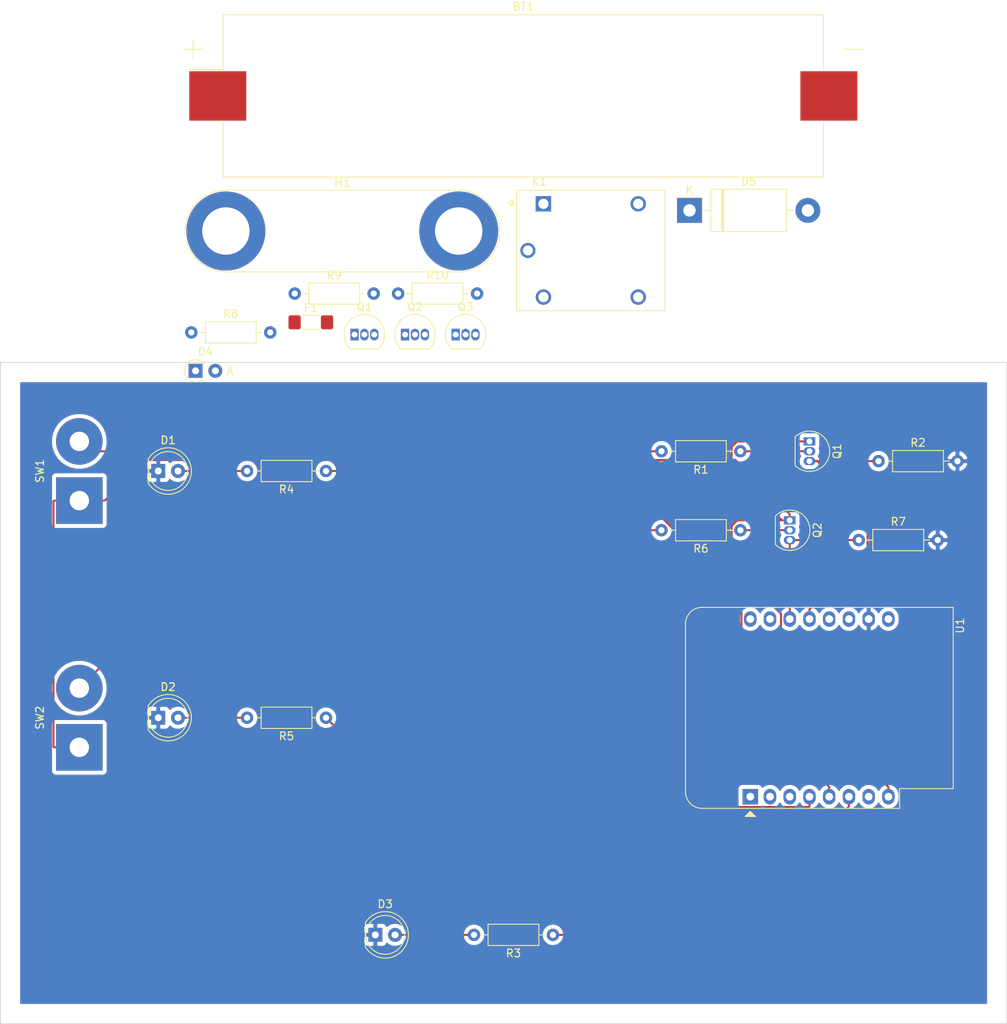
<source format=kicad_pcb>
(kicad_pcb (version 20171130) (host pcbnew "(5.1.5-0-10_14)")

  (general
    (thickness 1.6)
    (drawings 4)
    (tracks 53)
    (zones 0)
    (modules 27)
    (nets 36)
  )

  (page A4)
  (layers
    (0 F.Cu signal)
    (31 B.Cu signal)
    (32 B.Adhes user)
    (33 F.Adhes user)
    (34 B.Paste user)
    (35 F.Paste user)
    (36 B.SilkS user)
    (37 F.SilkS user)
    (38 B.Mask user)
    (39 F.Mask user)
    (40 Dwgs.User user)
    (41 Cmts.User user)
    (42 Eco1.User user)
    (43 Eco2.User user)
    (44 Edge.Cuts user)
    (45 Margin user)
    (46 B.CrtYd user)
    (47 F.CrtYd user)
    (48 B.Fab user)
    (49 F.Fab user)
  )

  (setup
    (last_trace_width 0.25)
    (trace_clearance 0.2)
    (zone_clearance 0.508)
    (zone_45_only no)
    (trace_min 0.2)
    (via_size 0.8)
    (via_drill 0.4)
    (via_min_size 0.4)
    (via_min_drill 0.3)
    (uvia_size 0.3)
    (uvia_drill 0.1)
    (uvias_allowed no)
    (uvia_min_size 0.2)
    (uvia_min_drill 0.1)
    (edge_width 0.05)
    (segment_width 0.2)
    (pcb_text_width 0.3)
    (pcb_text_size 1.5 1.5)
    (mod_edge_width 0.12)
    (mod_text_size 1 1)
    (mod_text_width 0.15)
    (pad_size 1.524 1.524)
    (pad_drill 0.762)
    (pad_to_mask_clearance 0.051)
    (solder_mask_min_width 0.25)
    (aux_axis_origin 0 0)
    (visible_elements FFFFFF7F)
    (pcbplotparams
      (layerselection 0x010fc_ffffffff)
      (usegerberextensions false)
      (usegerberattributes false)
      (usegerberadvancedattributes false)
      (creategerberjobfile false)
      (excludeedgelayer true)
      (linewidth 0.100000)
      (plotframeref false)
      (viasonmask false)
      (mode 1)
      (useauxorigin false)
      (hpglpennumber 1)
      (hpglpenspeed 20)
      (hpglpendiameter 15.000000)
      (psnegative false)
      (psa4output false)
      (plotreference true)
      (plotvalue true)
      (plotinvisibletext false)
      (padsonsilk false)
      (subtractmaskfromsilk false)
      (outputformat 1)
      (mirror false)
      (drillshape 1)
      (scaleselection 1)
      (outputdirectory ""))
  )

  (net 0 "")
  (net 1 "Net-(D1-Pad2)")
  (net 2 "Net-(D2-Pad2)")
  (net 3 "Net-(D3-Pad2)")
  (net 4 "Net-(Q1-Pad1)")
  (net 5 "Net-(Q1-Pad3)")
  (net 6 "Net-(Q1-Pad2)")
  (net 7 "Net-(Q2-Pad3)")
  (net 8 "Net-(Q2-Pad2)")
  (net 9 "Net-(R1-Pad2)")
  (net 10 "Net-(R4-Pad1)")
  (net 11 "Net-(R5-Pad1)")
  (net 12 "Net-(R6-Pad2)")
  (net 13 "Net-(U1-Pad16)")
  (net 14 "Net-(U1-Pad15)")
  (net 15 "Net-(U1-Pad12)")
  (net 16 "Net-(U1-Pad11)")
  (net 17 "Net-(U1-Pad9)")
  (net 18 "Net-(U1-Pad7)")
  (net 19 "Net-(U1-Pad1)")
  (net 20 "Net-(U1-Pad2)")
  (net 21 "Net-(R3-Pad1)")
  (net 22 "Net-(BT1-Pad2)")
  (net 23 "Net-(BT1-Pad1)")
  (net 24 +5V)
  (net 25 "Net-(D4-Pad2)")
  (net 26 "Net-(D4-Pad1)")
  (net 27 "Net-(D5-Pad2)")
  (net 28 "Net-(D5-Pad1)")
  (net 29 "Net-(F1-Pad1)")
  (net 30 "Net-(K1-PadNC)")
  (net 31 "Net-(Q3-Pad2)")
  (net 32 "Net-(R8-Pad2)")
  (net 33 "Net-(R9-Pad2)")
  (net 34 "Net-(U1-Pad5)")
  (net 35 "Net-(U1-Pad4)")

  (net_class Default "This is the default net class."
    (clearance 0.2)
    (trace_width 0.25)
    (via_dia 0.8)
    (via_drill 0.4)
    (uvia_dia 0.3)
    (uvia_drill 0.1)
    (add_net +5V)
    (add_net "Net-(BT1-Pad1)")
    (add_net "Net-(BT1-Pad2)")
    (add_net "Net-(D1-Pad2)")
    (add_net "Net-(D2-Pad2)")
    (add_net "Net-(D3-Pad2)")
    (add_net "Net-(D4-Pad1)")
    (add_net "Net-(D4-Pad2)")
    (add_net "Net-(D5-Pad1)")
    (add_net "Net-(D5-Pad2)")
    (add_net "Net-(F1-Pad1)")
    (add_net "Net-(K1-PadNC)")
    (add_net "Net-(Q1-Pad1)")
    (add_net "Net-(Q1-Pad2)")
    (add_net "Net-(Q1-Pad3)")
    (add_net "Net-(Q2-Pad2)")
    (add_net "Net-(Q2-Pad3)")
    (add_net "Net-(Q3-Pad2)")
    (add_net "Net-(R1-Pad2)")
    (add_net "Net-(R3-Pad1)")
    (add_net "Net-(R4-Pad1)")
    (add_net "Net-(R5-Pad1)")
    (add_net "Net-(R6-Pad2)")
    (add_net "Net-(R8-Pad2)")
    (add_net "Net-(R9-Pad2)")
    (add_net "Net-(U1-Pad1)")
    (add_net "Net-(U1-Pad11)")
    (add_net "Net-(U1-Pad12)")
    (add_net "Net-(U1-Pad15)")
    (add_net "Net-(U1-Pad16)")
    (add_net "Net-(U1-Pad2)")
    (add_net "Net-(U1-Pad4)")
    (add_net "Net-(U1-Pad5)")
    (add_net "Net-(U1-Pad7)")
    (add_net "Net-(U1-Pad9)")
  )

  (module Resistor_THT:R_Axial_DIN0207_L6.3mm_D2.5mm_P10.16mm_Horizontal (layer F.Cu) (tedit 5AE5139B) (tstamp 618E0A41)
    (at 133.745 43.21)
    (descr "Resistor, Axial_DIN0207 series, Axial, Horizontal, pin pitch=10.16mm, 0.25W = 1/4W, length*diameter=6.3*2.5mm^2, http://cdn-reichelt.de/documents/datenblatt/B400/1_4W%23YAG.pdf")
    (tags "Resistor Axial_DIN0207 series Axial Horizontal pin pitch 10.16mm 0.25W = 1/4W length 6.3mm diameter 2.5mm")
    (path /6196B1BC)
    (fp_text reference R10 (at 5.08 -2.37) (layer F.SilkS)
      (effects (font (size 1 1) (thickness 0.15)))
    )
    (fp_text value 2.2kΩ (at 5.08 2.37) (layer F.Fab)
      (effects (font (size 1 1) (thickness 0.15)))
    )
    (fp_text user %R (at 5.08 0) (layer F.Fab)
      (effects (font (size 1 1) (thickness 0.15)))
    )
    (fp_line (start 11.21 -1.5) (end -1.05 -1.5) (layer F.CrtYd) (width 0.05))
    (fp_line (start 11.21 1.5) (end 11.21 -1.5) (layer F.CrtYd) (width 0.05))
    (fp_line (start -1.05 1.5) (end 11.21 1.5) (layer F.CrtYd) (width 0.05))
    (fp_line (start -1.05 -1.5) (end -1.05 1.5) (layer F.CrtYd) (width 0.05))
    (fp_line (start 9.12 0) (end 8.35 0) (layer F.SilkS) (width 0.12))
    (fp_line (start 1.04 0) (end 1.81 0) (layer F.SilkS) (width 0.12))
    (fp_line (start 8.35 -1.37) (end 1.81 -1.37) (layer F.SilkS) (width 0.12))
    (fp_line (start 8.35 1.37) (end 8.35 -1.37) (layer F.SilkS) (width 0.12))
    (fp_line (start 1.81 1.37) (end 8.35 1.37) (layer F.SilkS) (width 0.12))
    (fp_line (start 1.81 -1.37) (end 1.81 1.37) (layer F.SilkS) (width 0.12))
    (fp_line (start 10.16 0) (end 8.23 0) (layer F.Fab) (width 0.1))
    (fp_line (start 0 0) (end 1.93 0) (layer F.Fab) (width 0.1))
    (fp_line (start 8.23 -1.25) (end 1.93 -1.25) (layer F.Fab) (width 0.1))
    (fp_line (start 8.23 1.25) (end 8.23 -1.25) (layer F.Fab) (width 0.1))
    (fp_line (start 1.93 1.25) (end 8.23 1.25) (layer F.Fab) (width 0.1))
    (fp_line (start 1.93 -1.25) (end 1.93 1.25) (layer F.Fab) (width 0.1))
    (pad 2 thru_hole oval (at 10.16 0) (size 1.6 1.6) (drill 0.8) (layers *.Cu *.Mask)
      (net 27 "Net-(D5-Pad2)"))
    (pad 1 thru_hole circle (at 0 0) (size 1.6 1.6) (drill 0.8) (layers *.Cu *.Mask)
      (net 29 "Net-(F1-Pad1)"))
    (model ${KISYS3DMOD}/Resistor_THT.3dshapes/R_Axial_DIN0207_L6.3mm_D2.5mm_P10.16mm_Horizontal.wrl
      (at (xyz 0 0 0))
      (scale (xyz 1 1 1))
      (rotate (xyz 0 0 0))
    )
  )

  (module Resistor_THT:R_Axial_DIN0207_L6.3mm_D2.5mm_P10.16mm_Horizontal (layer F.Cu) (tedit 5AE5139B) (tstamp 618E0A2A)
    (at 120.435 43.21)
    (descr "Resistor, Axial_DIN0207 series, Axial, Horizontal, pin pitch=10.16mm, 0.25W = 1/4W, length*diameter=6.3*2.5mm^2, http://cdn-reichelt.de/documents/datenblatt/B400/1_4W%23YAG.pdf")
    (tags "Resistor Axial_DIN0207 series Axial Horizontal pin pitch 10.16mm 0.25W = 1/4W length 6.3mm diameter 2.5mm")
    (path /6191AA0D)
    (fp_text reference R9 (at 5.08 -2.37) (layer F.SilkS)
      (effects (font (size 1 1) (thickness 0.15)))
    )
    (fp_text value 1kΩ (at 5.08 2.37) (layer F.Fab)
      (effects (font (size 1 1) (thickness 0.15)))
    )
    (fp_text user %R (at 5.08 0) (layer F.Fab)
      (effects (font (size 1 1) (thickness 0.15)))
    )
    (fp_line (start 11.21 -1.5) (end -1.05 -1.5) (layer F.CrtYd) (width 0.05))
    (fp_line (start 11.21 1.5) (end 11.21 -1.5) (layer F.CrtYd) (width 0.05))
    (fp_line (start -1.05 1.5) (end 11.21 1.5) (layer F.CrtYd) (width 0.05))
    (fp_line (start -1.05 -1.5) (end -1.05 1.5) (layer F.CrtYd) (width 0.05))
    (fp_line (start 9.12 0) (end 8.35 0) (layer F.SilkS) (width 0.12))
    (fp_line (start 1.04 0) (end 1.81 0) (layer F.SilkS) (width 0.12))
    (fp_line (start 8.35 -1.37) (end 1.81 -1.37) (layer F.SilkS) (width 0.12))
    (fp_line (start 8.35 1.37) (end 8.35 -1.37) (layer F.SilkS) (width 0.12))
    (fp_line (start 1.81 1.37) (end 8.35 1.37) (layer F.SilkS) (width 0.12))
    (fp_line (start 1.81 -1.37) (end 1.81 1.37) (layer F.SilkS) (width 0.12))
    (fp_line (start 10.16 0) (end 8.23 0) (layer F.Fab) (width 0.1))
    (fp_line (start 0 0) (end 1.93 0) (layer F.Fab) (width 0.1))
    (fp_line (start 8.23 -1.25) (end 1.93 -1.25) (layer F.Fab) (width 0.1))
    (fp_line (start 8.23 1.25) (end 8.23 -1.25) (layer F.Fab) (width 0.1))
    (fp_line (start 1.93 1.25) (end 8.23 1.25) (layer F.Fab) (width 0.1))
    (fp_line (start 1.93 -1.25) (end 1.93 1.25) (layer F.Fab) (width 0.1))
    (pad 2 thru_hole oval (at 10.16 0) (size 1.6 1.6) (drill 0.8) (layers *.Cu *.Mask)
      (net 33 "Net-(R9-Pad2)"))
    (pad 1 thru_hole circle (at 0 0) (size 1.6 1.6) (drill 0.8) (layers *.Cu *.Mask)
      (net 32 "Net-(R8-Pad2)"))
    (model ${KISYS3DMOD}/Resistor_THT.3dshapes/R_Axial_DIN0207_L6.3mm_D2.5mm_P10.16mm_Horizontal.wrl
      (at (xyz 0 0 0))
      (scale (xyz 1 1 1))
      (rotate (xyz 0 0 0))
    )
  )

  (module Resistor_THT:R_Axial_DIN0207_L6.3mm_D2.5mm_P10.16mm_Horizontal (layer F.Cu) (tedit 5AE5139B) (tstamp 618E0A13)
    (at 107.125 48.21)
    (descr "Resistor, Axial_DIN0207 series, Axial, Horizontal, pin pitch=10.16mm, 0.25W = 1/4W, length*diameter=6.3*2.5mm^2, http://cdn-reichelt.de/documents/datenblatt/B400/1_4W%23YAG.pdf")
    (tags "Resistor Axial_DIN0207 series Axial Horizontal pin pitch 10.16mm 0.25W = 1/4W length 6.3mm diameter 2.5mm")
    (path /6190A448)
    (fp_text reference R8 (at 5.08 -2.37) (layer F.SilkS)
      (effects (font (size 1 1) (thickness 0.15)))
    )
    (fp_text value 1kΩ (at 5.08 2.37) (layer F.Fab)
      (effects (font (size 1 1) (thickness 0.15)))
    )
    (fp_text user %R (at 5.08 0) (layer F.Fab)
      (effects (font (size 1 1) (thickness 0.15)))
    )
    (fp_line (start 11.21 -1.5) (end -1.05 -1.5) (layer F.CrtYd) (width 0.05))
    (fp_line (start 11.21 1.5) (end 11.21 -1.5) (layer F.CrtYd) (width 0.05))
    (fp_line (start -1.05 1.5) (end 11.21 1.5) (layer F.CrtYd) (width 0.05))
    (fp_line (start -1.05 -1.5) (end -1.05 1.5) (layer F.CrtYd) (width 0.05))
    (fp_line (start 9.12 0) (end 8.35 0) (layer F.SilkS) (width 0.12))
    (fp_line (start 1.04 0) (end 1.81 0) (layer F.SilkS) (width 0.12))
    (fp_line (start 8.35 -1.37) (end 1.81 -1.37) (layer F.SilkS) (width 0.12))
    (fp_line (start 8.35 1.37) (end 8.35 -1.37) (layer F.SilkS) (width 0.12))
    (fp_line (start 1.81 1.37) (end 8.35 1.37) (layer F.SilkS) (width 0.12))
    (fp_line (start 1.81 -1.37) (end 1.81 1.37) (layer F.SilkS) (width 0.12))
    (fp_line (start 10.16 0) (end 8.23 0) (layer F.Fab) (width 0.1))
    (fp_line (start 0 0) (end 1.93 0) (layer F.Fab) (width 0.1))
    (fp_line (start 8.23 -1.25) (end 1.93 -1.25) (layer F.Fab) (width 0.1))
    (fp_line (start 8.23 1.25) (end 8.23 -1.25) (layer F.Fab) (width 0.1))
    (fp_line (start 1.93 1.25) (end 8.23 1.25) (layer F.Fab) (width 0.1))
    (fp_line (start 1.93 -1.25) (end 1.93 1.25) (layer F.Fab) (width 0.1))
    (pad 2 thru_hole oval (at 10.16 0) (size 1.6 1.6) (drill 0.8) (layers *.Cu *.Mask)
      (net 32 "Net-(R8-Pad2)"))
    (pad 1 thru_hole circle (at 0 0) (size 1.6 1.6) (drill 0.8) (layers *.Cu *.Mask)
      (net 31 "Net-(Q3-Pad2)"))
    (model ${KISYS3DMOD}/Resistor_THT.3dshapes/R_Axial_DIN0207_L6.3mm_D2.5mm_P10.16mm_Horizontal.wrl
      (at (xyz 0 0 0))
      (scale (xyz 1 1 1))
      (rotate (xyz 0 0 0))
    )
  )

  (module Package_TO_SOT_THT:TO-92_Inline (layer F.Cu) (tedit 5A1DD157) (tstamp 618E0936)
    (at 141.155 48.49)
    (descr "TO-92 leads in-line, narrow, oval pads, drill 0.75mm (see NXP sot054_po.pdf)")
    (tags "to-92 sc-43 sc-43a sot54 PA33 transistor")
    (path /6193208C)
    (fp_text reference Q3 (at 1.27 -3.56) (layer F.SilkS)
      (effects (font (size 1 1) (thickness 0.15)))
    )
    (fp_text value BC547 (at 1.27 2.79) (layer F.Fab)
      (effects (font (size 1 1) (thickness 0.15)))
    )
    (fp_arc (start 1.27 0) (end 1.27 -2.6) (angle 135) (layer F.SilkS) (width 0.12))
    (fp_arc (start 1.27 0) (end 1.27 -2.48) (angle -135) (layer F.Fab) (width 0.1))
    (fp_arc (start 1.27 0) (end 1.27 -2.6) (angle -135) (layer F.SilkS) (width 0.12))
    (fp_arc (start 1.27 0) (end 1.27 -2.48) (angle 135) (layer F.Fab) (width 0.1))
    (fp_line (start 4 2.01) (end -1.46 2.01) (layer F.CrtYd) (width 0.05))
    (fp_line (start 4 2.01) (end 4 -2.73) (layer F.CrtYd) (width 0.05))
    (fp_line (start -1.46 -2.73) (end -1.46 2.01) (layer F.CrtYd) (width 0.05))
    (fp_line (start -1.46 -2.73) (end 4 -2.73) (layer F.CrtYd) (width 0.05))
    (fp_line (start -0.5 1.75) (end 3 1.75) (layer F.Fab) (width 0.1))
    (fp_line (start -0.53 1.85) (end 3.07 1.85) (layer F.SilkS) (width 0.12))
    (fp_text user %R (at 1.27 -3.56) (layer F.Fab)
      (effects (font (size 1 1) (thickness 0.15)))
    )
    (pad 1 thru_hole rect (at 0 0) (size 1.05 1.5) (drill 0.75) (layers *.Cu *.Mask)
      (net 25 "Net-(D4-Pad2)"))
    (pad 3 thru_hole oval (at 2.54 0) (size 1.05 1.5) (drill 0.75) (layers *.Cu *.Mask)
      (net 24 +5V))
    (pad 2 thru_hole oval (at 1.27 0) (size 1.05 1.5) (drill 0.75) (layers *.Cu *.Mask)
      (net 31 "Net-(Q3-Pad2)"))
    (model ${KISYS3DMOD}/Package_TO_SOT_THT.3dshapes/TO-92_Inline.wrl
      (at (xyz 0 0 0))
      (scale (xyz 1 1 1))
      (rotate (xyz 0 0 0))
    )
  )

  (module Package_TO_SOT_THT:TO-92_Inline (layer F.Cu) (tedit 5A1DD157) (tstamp 618E0924)
    (at 134.645 48.49)
    (descr "TO-92 leads in-line, narrow, oval pads, drill 0.75mm (see NXP sot054_po.pdf)")
    (tags "to-92 sc-43 sc-43a sot54 PA33 transistor")
    (path /5E5079FA)
    (fp_text reference Q2 (at 1.27 -3.56) (layer F.SilkS)
      (effects (font (size 1 1) (thickness 0.15)))
    )
    (fp_text value BC547 (at 1.27 2.79) (layer F.Fab)
      (effects (font (size 1 1) (thickness 0.15)))
    )
    (fp_arc (start 1.27 0) (end 1.27 -2.6) (angle 135) (layer F.SilkS) (width 0.12))
    (fp_arc (start 1.27 0) (end 1.27 -2.48) (angle -135) (layer F.Fab) (width 0.1))
    (fp_arc (start 1.27 0) (end 1.27 -2.6) (angle -135) (layer F.SilkS) (width 0.12))
    (fp_arc (start 1.27 0) (end 1.27 -2.48) (angle 135) (layer F.Fab) (width 0.1))
    (fp_line (start 4 2.01) (end -1.46 2.01) (layer F.CrtYd) (width 0.05))
    (fp_line (start 4 2.01) (end 4 -2.73) (layer F.CrtYd) (width 0.05))
    (fp_line (start -1.46 -2.73) (end -1.46 2.01) (layer F.CrtYd) (width 0.05))
    (fp_line (start -1.46 -2.73) (end 4 -2.73) (layer F.CrtYd) (width 0.05))
    (fp_line (start -0.5 1.75) (end 3 1.75) (layer F.Fab) (width 0.1))
    (fp_line (start -0.53 1.85) (end 3.07 1.85) (layer F.SilkS) (width 0.12))
    (fp_text user %R (at 1.27 -3.56) (layer F.Fab)
      (effects (font (size 1 1) (thickness 0.15)))
    )
    (pad 1 thru_hole rect (at 0 0) (size 1.05 1.5) (drill 0.75) (layers *.Cu *.Mask)
      (net 4 "Net-(Q1-Pad1)"))
    (pad 3 thru_hole oval (at 2.54 0) (size 1.05 1.5) (drill 0.75) (layers *.Cu *.Mask)
      (net 7 "Net-(Q2-Pad3)"))
    (pad 2 thru_hole oval (at 1.27 0) (size 1.05 1.5) (drill 0.75) (layers *.Cu *.Mask)
      (net 8 "Net-(Q2-Pad2)"))
    (model ${KISYS3DMOD}/Package_TO_SOT_THT.3dshapes/TO-92_Inline.wrl
      (at (xyz 0 0 0))
      (scale (xyz 1 1 1))
      (rotate (xyz 0 0 0))
    )
  )

  (module Package_TO_SOT_THT:TO-92_Inline (layer F.Cu) (tedit 5A1DD157) (tstamp 618E0912)
    (at 128.135 48.49)
    (descr "TO-92 leads in-line, narrow, oval pads, drill 0.75mm (see NXP sot054_po.pdf)")
    (tags "to-92 sc-43 sc-43a sot54 PA33 transistor")
    (path /5E508FB9)
    (fp_text reference Q1 (at 1.27 -3.56) (layer F.SilkS)
      (effects (font (size 1 1) (thickness 0.15)))
    )
    (fp_text value BC547 (at 1.27 2.79) (layer F.Fab)
      (effects (font (size 1 1) (thickness 0.15)))
    )
    (fp_arc (start 1.27 0) (end 1.27 -2.6) (angle 135) (layer F.SilkS) (width 0.12))
    (fp_arc (start 1.27 0) (end 1.27 -2.48) (angle -135) (layer F.Fab) (width 0.1))
    (fp_arc (start 1.27 0) (end 1.27 -2.6) (angle -135) (layer F.SilkS) (width 0.12))
    (fp_arc (start 1.27 0) (end 1.27 -2.48) (angle 135) (layer F.Fab) (width 0.1))
    (fp_line (start 4 2.01) (end -1.46 2.01) (layer F.CrtYd) (width 0.05))
    (fp_line (start 4 2.01) (end 4 -2.73) (layer F.CrtYd) (width 0.05))
    (fp_line (start -1.46 -2.73) (end -1.46 2.01) (layer F.CrtYd) (width 0.05))
    (fp_line (start -1.46 -2.73) (end 4 -2.73) (layer F.CrtYd) (width 0.05))
    (fp_line (start -0.5 1.75) (end 3 1.75) (layer F.Fab) (width 0.1))
    (fp_line (start -0.53 1.85) (end 3.07 1.85) (layer F.SilkS) (width 0.12))
    (fp_text user %R (at 1.27 -3.56) (layer F.Fab)
      (effects (font (size 1 1) (thickness 0.15)))
    )
    (pad 1 thru_hole rect (at 0 0) (size 1.05 1.5) (drill 0.75) (layers *.Cu *.Mask)
      (net 4 "Net-(Q1-Pad1)"))
    (pad 3 thru_hole oval (at 2.54 0) (size 1.05 1.5) (drill 0.75) (layers *.Cu *.Mask)
      (net 5 "Net-(Q1-Pad3)"))
    (pad 2 thru_hole oval (at 1.27 0) (size 1.05 1.5) (drill 0.75) (layers *.Cu *.Mask)
      (net 6 "Net-(Q1-Pad2)"))
    (model ${KISYS3DMOD}/Package_TO_SOT_THT.3dshapes/TO-92_Inline.wrl
      (at (xyz 0 0 0))
      (scale (xyz 1 1 1))
      (rotate (xyz 0 0 0))
    )
  )

  (module Connector:Banana_Jack_2Pin (layer F.Cu) (tedit 5A1AB217) (tstamp 618E0900)
    (at 111.575 35.16)
    (descr "Dual banana socket, footprint - 2 x 6mm drills")
    (tags "banana socket")
    (path /6196066A)
    (fp_text reference M1 (at 14.985 -6.24) (layer F.SilkS)
      (effects (font (size 1 1) (thickness 0.15)))
    )
    (fp_text value Motor_DC (at 14.985 6.29) (layer F.Fab)
      (effects (font (size 1 1) (thickness 0.15)))
    )
    (fp_arc (start 0 0) (end 0 5.25) (angle 180) (layer F.SilkS) (width 0.12))
    (fp_arc (start 30 0) (end 30 -5.25) (angle 180) (layer F.SilkS) (width 0.12))
    (fp_arc (start 30 0) (end 30 -5.5) (angle 180) (layer F.CrtYd) (width 0.05))
    (fp_arc (start 0 0) (end 0 5.5) (angle 180) (layer F.CrtYd) (width 0.05))
    (fp_circle (center 30 0) (end 34.75 0) (layer F.Fab) (width 0.1))
    (fp_circle (center 0 0) (end 4.75 0) (layer F.Fab) (width 0.1))
    (fp_circle (center 0 0) (end 2 0) (layer F.Fab) (width 0.1))
    (fp_circle (center 30 0) (end 32 0) (layer F.Fab) (width 0.1))
    (fp_line (start 30 -5.25) (end 0 -5.25) (layer F.SilkS) (width 0.12))
    (fp_line (start 0 5.25) (end 30 5.25) (layer F.SilkS) (width 0.12))
    (fp_line (start 0 5.5) (end 30 5.5) (layer F.CrtYd) (width 0.05))
    (fp_line (start 30 -5.5) (end 0 -5.5) (layer F.CrtYd) (width 0.05))
    (fp_text user %R (at 14.985 0) (layer F.Fab)
      (effects (font (size 1 1) (thickness 0.15)))
    )
    (pad 2 thru_hole circle (at 29.97 0) (size 10.16 10.16) (drill 6.1) (layers *.Cu *.Mask)
      (net 28 "Net-(D5-Pad1)"))
    (pad 1 thru_hole circle (at 0 0) (size 10.16 10.16) (drill 6.1) (layers *.Cu *.Mask)
      (net 29 "Net-(F1-Pad1)"))
    (model ${KISYS3DMOD}/Connector.3dshapes/Banana_Jack_2Pin.wrl
      (offset (xyz 14.98599977493286 0 0))
      (scale (xyz 2 2 2))
      (rotate (xyz 0 0 0))
    )
  )

  (module SRD-05VDC-SL-C:RELAY_SRD-05VDC-SL-C (layer F.Cu) (tedit 618D90AD) (tstamp 618E08ED)
    (at 158.55 37.66)
    (path /61905479)
    (fp_text reference K1 (at -6.62563 -8.83584) (layer F.SilkS)
      (effects (font (size 1.000094 1.000094) (thickness 0.15)))
    )
    (fp_text value SRD-05VDC-SL-C (at 2.90086 8.667695) (layer F.Fab)
      (effects (font (size 1.000307 1.000307) (thickness 0.15)))
    )
    (fp_circle (center -10.2 -6.119) (end -10.1 -6.119) (layer F.SilkS) (width 0.3))
    (fp_line (start 9.8 8) (end -9.8 8) (layer F.CrtYd) (width 0.05))
    (fp_line (start 9.8 -8) (end 9.8 8) (layer F.CrtYd) (width 0.05))
    (fp_line (start -9.8 -8) (end 9.8 -8) (layer F.CrtYd) (width 0.05))
    (fp_line (start -9.8 8) (end -9.8 -8) (layer F.CrtYd) (width 0.05))
    (fp_line (start 9.55 7.75) (end -9.55 7.75) (layer F.Fab) (width 0.127))
    (fp_line (start 9.55 -7.75) (end 9.55 7.75) (layer F.Fab) (width 0.127))
    (fp_line (start -9.55 -7.75) (end 9.55 -7.75) (layer F.Fab) (width 0.127))
    (fp_line (start -9.55 7.75) (end -9.55 -7.75) (layer F.Fab) (width 0.127))
    (fp_line (start 9.55 7.75) (end -9.55 7.75) (layer F.SilkS) (width 0.127))
    (fp_line (start 9.55 -7.75) (end 9.55 7.75) (layer F.SilkS) (width 0.127))
    (fp_line (start -9.55 -7.75) (end 9.55 -7.75) (layer F.SilkS) (width 0.127))
    (fp_line (start -9.55 7.75) (end -9.55 -7.75) (layer F.SilkS) (width 0.127))
    (pad NC thru_hole circle (at 6.1 -6) (size 1.98 1.98) (drill 1.32) (layers *.Cu *.Mask)
      (net 30 "Net-(K1-PadNC)"))
    (pad NO thru_hole circle (at 6.1 6) (size 1.98 1.98) (drill 1.32) (layers *.Cu *.Mask)
      (net 22 "Net-(BT1-Pad2)"))
    (pad A2 thru_hole circle (at -6.1 6) (size 1.98 1.98) (drill 1.32) (layers *.Cu *.Mask)
      (net 25 "Net-(D4-Pad2)"))
    (pad COM thru_hole circle (at -8.1 0) (size 1.935 1.935) (drill 1.29) (layers *.Cu *.Mask)
      (net 28 "Net-(D5-Pad1)"))
    (pad A1 thru_hole rect (at -6.1 -6) (size 1.98 1.98) (drill 1.32) (layers *.Cu *.Mask)
      (net 26 "Net-(D4-Pad1)"))
    (model /Users/JonPetter/Documents/KiCad/componentLib/SRD-05VDC-SL-C/SRD-05VDC-SL-C.step
      (offset (xyz 9 7.5 0))
      (scale (xyz 1 1 1))
      (rotate (xyz 0 0 -180))
    )
  )

  (module Fuse:Fuse_1806_4516Metric_Pad1.57x1.80mm_HandSolder (layer F.Cu) (tedit 5B301BBE) (tstamp 618E08D7)
    (at 122.505 46.91)
    (descr "Fuse SMD 1806 (4516 Metric), square (rectangular) end terminal, IPC_7351 nominal with elongated pad for handsoldering. (Body size source: https://www.modelithics.com/models/Vendor/MuRata/BLM41P.pdf), generated with kicad-footprint-generator")
    (tags "resistor handsolder")
    (path /61964673)
    (attr smd)
    (fp_text reference F1 (at 0 -1.85) (layer F.SilkS)
      (effects (font (size 1 1) (thickness 0.15)))
    )
    (fp_text value Fuse (at 0 1.85) (layer F.Fab)
      (effects (font (size 1 1) (thickness 0.15)))
    )
    (fp_text user %R (at 0 0) (layer F.Fab)
      (effects (font (size 1 1) (thickness 0.15)))
    )
    (fp_line (start 3.12 1.15) (end -3.12 1.15) (layer F.CrtYd) (width 0.05))
    (fp_line (start 3.12 -1.15) (end 3.12 1.15) (layer F.CrtYd) (width 0.05))
    (fp_line (start -3.12 -1.15) (end 3.12 -1.15) (layer F.CrtYd) (width 0.05))
    (fp_line (start -3.12 1.15) (end -3.12 -1.15) (layer F.CrtYd) (width 0.05))
    (fp_line (start -1.111252 0.91) (end 1.111252 0.91) (layer F.SilkS) (width 0.12))
    (fp_line (start -1.111252 -0.91) (end 1.111252 -0.91) (layer F.SilkS) (width 0.12))
    (fp_line (start 2.25 0.8) (end -2.25 0.8) (layer F.Fab) (width 0.1))
    (fp_line (start 2.25 -0.8) (end 2.25 0.8) (layer F.Fab) (width 0.1))
    (fp_line (start -2.25 -0.8) (end 2.25 -0.8) (layer F.Fab) (width 0.1))
    (fp_line (start -2.25 0.8) (end -2.25 -0.8) (layer F.Fab) (width 0.1))
    (pad 2 smd roundrect (at 2.0875 0) (size 1.575 1.8) (layers F.Cu F.Paste F.Mask) (roundrect_rratio 0.15873)
      (net 23 "Net-(BT1-Pad1)"))
    (pad 1 smd roundrect (at -2.0875 0) (size 1.575 1.8) (layers F.Cu F.Paste F.Mask) (roundrect_rratio 0.15873)
      (net 29 "Net-(F1-Pad1)"))
    (model ${KISYS3DMOD}/Fuse.3dshapes/Fuse_1806_4516Metric.wrl
      (at (xyz 0 0 0))
      (scale (xyz 1 1 1))
      (rotate (xyz 0 0 0))
    )
  )

  (module Diode_THT:D_DO-201AD_P15.24mm_Horizontal (layer F.Cu) (tedit 5AE50CD5) (tstamp 618E08C6)
    (at 171.245 32.51)
    (descr "Diode, DO-201AD series, Axial, Horizontal, pin pitch=15.24mm, , length*diameter=9.5*5.2mm^2, , http://www.diodes.com/_files/packages/DO-201AD.pdf")
    (tags "Diode DO-201AD series Axial Horizontal pin pitch 15.24mm  length 9.5mm diameter 5.2mm")
    (path /6196E4FC)
    (fp_text reference D5 (at 7.62 -3.72) (layer F.SilkS)
      (effects (font (size 1 1) (thickness 0.15)))
    )
    (fp_text value LED (at 7.62 3.72) (layer F.Fab)
      (effects (font (size 1 1) (thickness 0.15)))
    )
    (fp_text user K (at 0 -2.6) (layer F.SilkS)
      (effects (font (size 1 1) (thickness 0.15)))
    )
    (fp_text user K (at 0 -2.6) (layer F.Fab)
      (effects (font (size 1 1) (thickness 0.15)))
    )
    (fp_text user %R (at 8.3325 0) (layer F.Fab)
      (effects (font (size 1 1) (thickness 0.15)))
    )
    (fp_line (start 17.09 -2.85) (end -1.85 -2.85) (layer F.CrtYd) (width 0.05))
    (fp_line (start 17.09 2.85) (end 17.09 -2.85) (layer F.CrtYd) (width 0.05))
    (fp_line (start -1.85 2.85) (end 17.09 2.85) (layer F.CrtYd) (width 0.05))
    (fp_line (start -1.85 -2.85) (end -1.85 2.85) (layer F.CrtYd) (width 0.05))
    (fp_line (start 4.175 -2.72) (end 4.175 2.72) (layer F.SilkS) (width 0.12))
    (fp_line (start 4.415 -2.72) (end 4.415 2.72) (layer F.SilkS) (width 0.12))
    (fp_line (start 4.295 -2.72) (end 4.295 2.72) (layer F.SilkS) (width 0.12))
    (fp_line (start 13.4 0) (end 12.49 0) (layer F.SilkS) (width 0.12))
    (fp_line (start 1.84 0) (end 2.75 0) (layer F.SilkS) (width 0.12))
    (fp_line (start 12.49 -2.72) (end 2.75 -2.72) (layer F.SilkS) (width 0.12))
    (fp_line (start 12.49 2.72) (end 12.49 -2.72) (layer F.SilkS) (width 0.12))
    (fp_line (start 2.75 2.72) (end 12.49 2.72) (layer F.SilkS) (width 0.12))
    (fp_line (start 2.75 -2.72) (end 2.75 2.72) (layer F.SilkS) (width 0.12))
    (fp_line (start 4.195 -2.6) (end 4.195 2.6) (layer F.Fab) (width 0.1))
    (fp_line (start 4.395 -2.6) (end 4.395 2.6) (layer F.Fab) (width 0.1))
    (fp_line (start 4.295 -2.6) (end 4.295 2.6) (layer F.Fab) (width 0.1))
    (fp_line (start 15.24 0) (end 12.37 0) (layer F.Fab) (width 0.1))
    (fp_line (start 0 0) (end 2.87 0) (layer F.Fab) (width 0.1))
    (fp_line (start 12.37 -2.6) (end 2.87 -2.6) (layer F.Fab) (width 0.1))
    (fp_line (start 12.37 2.6) (end 12.37 -2.6) (layer F.Fab) (width 0.1))
    (fp_line (start 2.87 2.6) (end 12.37 2.6) (layer F.Fab) (width 0.1))
    (fp_line (start 2.87 -2.6) (end 2.87 2.6) (layer F.Fab) (width 0.1))
    (pad 2 thru_hole oval (at 15.24 0) (size 3.2 3.2) (drill 1.6) (layers *.Cu *.Mask)
      (net 27 "Net-(D5-Pad2)"))
    (pad 1 thru_hole rect (at 0 0) (size 3.2 3.2) (drill 1.6) (layers *.Cu *.Mask)
      (net 28 "Net-(D5-Pad1)"))
    (model ${KISYS3DMOD}/Diode_THT.3dshapes/D_DO-201AD_P15.24mm_Horizontal.wrl
      (at (xyz 0 0 0))
      (scale (xyz 1 1 1))
      (rotate (xyz 0 0 0))
    )
  )

  (module Diode_THT:D_A-405_P2.54mm_Vertical_AnodeUp (layer F.Cu) (tedit 5AE50CD5) (tstamp 618E08A7)
    (at 107.675 53.15)
    (descr "Diode, A-405 series, Axial, Vertical, pin pitch=2.54mm, , length*diameter=5.2*2.7mm^2, , http://www.diodes.com/_files/packages/A-405.pdf")
    (tags "Diode A-405 series Axial Vertical pin pitch 2.54mm  length 5.2mm diameter 2.7mm")
    (path /61942A2F)
    (fp_text reference D4 (at 1.27 -2.47) (layer F.SilkS)
      (effects (font (size 1 1) (thickness 0.15)))
    )
    (fp_text value STPS3L60RL (at 1.27 3.359) (layer F.Fab)
      (effects (font (size 1 1) (thickness 0.15)))
    )
    (fp_text user A (at 4.44 0) (layer F.SilkS)
      (effects (font (size 1 1) (thickness 0.15)))
    )
    (fp_text user A (at 4.44 0) (layer F.Fab)
      (effects (font (size 1 1) (thickness 0.15)))
    )
    (fp_text user %R (at 1.27 -2.47) (layer F.Fab)
      (effects (font (size 1 1) (thickness 0.15)))
    )
    (fp_line (start 3.69 -1.6) (end -1.6 -1.6) (layer F.CrtYd) (width 0.05))
    (fp_line (start 3.69 1.6) (end 3.69 -1.6) (layer F.CrtYd) (width 0.05))
    (fp_line (start -1.6 1.6) (end 3.69 1.6) (layer F.CrtYd) (width 0.05))
    (fp_line (start -1.6 -1.6) (end -1.6 1.6) (layer F.CrtYd) (width 0.05))
    (fp_line (start 0 0) (end 2.54 0) (layer F.Fab) (width 0.1))
    (fp_circle (center 0 0) (end 1.35 0) (layer F.Fab) (width 0.1))
    (fp_arc (start 0 0) (end 1.113239 -0.9) (angle -278.451986) (layer F.SilkS) (width 0.12))
    (pad 2 thru_hole oval (at 2.54 0) (size 1.8 1.8) (drill 0.9) (layers *.Cu *.Mask)
      (net 25 "Net-(D4-Pad2)"))
    (pad 1 thru_hole rect (at 0 0) (size 1.8 1.8) (drill 0.9) (layers *.Cu *.Mask)
      (net 26 "Net-(D4-Pad1)"))
    (model ${KISYS3DMOD}/Diode_THT.3dshapes/D_A-405_P2.54mm_Vertical_AnodeUp.wrl
      (at (xyz 0 0 0))
      (scale (xyz 1 1 1))
      (rotate (xyz 0 0 0))
    )
  )

  (module Battery:BatteryHolder_Keystone_1042_1x18650 (layer F.Cu) (tedit 5A033499) (tstamp 618E0831)
    (at 149.86 17.78)
    (descr "Battery holder for 18650 cylindrical cells http://www.keyelco.com/product.cfm/product_id/918")
    (tags "18650 Keystone 1042 Li-ion")
    (path /61963284)
    (attr smd)
    (fp_text reference BT1 (at 0 -11.5) (layer F.SilkS)
      (effects (font (size 1 1) (thickness 0.15)))
    )
    (fp_text value "Battery 12V" (at 0 11.3) (layer F.Fab)
      (effects (font (size 1 1) (thickness 0.15)))
    )
    (fp_line (start -42.5 -4.75) (end -42.5 -7.25) (layer F.SilkS) (width 0.12))
    (fp_line (start -43.75 -6) (end -41.25 -6) (layer F.SilkS) (width 0.12))
    (fp_line (start -39.03 3.68) (end -43.5 3.68) (layer F.CrtYd) (width 0.05))
    (fp_line (start -43.5 3.68) (end -43.5 -3.68) (layer F.CrtYd) (width 0.05))
    (fp_line (start -43.5 -3.68) (end -39.03 -3.68) (layer F.CrtYd) (width 0.05))
    (fp_line (start 43.5 -3.68) (end 39.03 -3.68) (layer F.CrtYd) (width 0.05))
    (fp_line (start 39.03 3.68) (end 43.5 3.68) (layer F.CrtYd) (width 0.05))
    (fp_line (start -39.03 -10.83) (end -39.03 -3.68) (layer F.CrtYd) (width 0.05))
    (fp_line (start -39.03 10.83) (end -39.03 3.68) (layer F.CrtYd) (width 0.05))
    (fp_line (start 39.03 -10.83) (end 39.03 -3.68) (layer F.CrtYd) (width 0.05))
    (fp_line (start -39.03 -10.83) (end 39.03 -10.83) (layer F.CrtYd) (width 0.05))
    (fp_line (start -39.03 10.83) (end 39.03 10.83) (layer F.CrtYd) (width 0.05))
    (fp_line (start 38.53 -10.33) (end 38.53 10.33) (layer F.Fab) (width 0.1))
    (fp_line (start -33.3675 -10.33) (end 38.53 -10.33) (layer F.Fab) (width 0.1))
    (fp_line (start 43.75 -6) (end 41.25 -6) (layer F.SilkS) (width 0.12))
    (fp_line (start -38.53 -5.1675) (end -38.53 10.33) (layer F.Fab) (width 0.1))
    (fp_line (start -38.53 10.33) (end 38.53 10.33) (layer F.Fab) (width 0.1))
    (fp_line (start 38.64 -3.44) (end 38.64 -10.42) (layer F.SilkS) (width 0.12))
    (fp_line (start 38.64 -10.44) (end -38.64 -10.44) (layer F.SilkS) (width 0.12))
    (fp_line (start -38.64 -10.44) (end -38.64 -3.44) (layer F.SilkS) (width 0.12))
    (fp_line (start 38.64 3.44) (end 38.64 10.44) (layer F.SilkS) (width 0.12))
    (fp_line (start 38.64 10.44) (end -38.64 10.44) (layer F.SilkS) (width 0.12))
    (fp_line (start -38.64 10.44) (end -38.64 3.44) (layer F.SilkS) (width 0.12))
    (fp_text user %R (at 0 0) (layer F.Fab)
      (effects (font (size 1 1) (thickness 0.15)))
    )
    (fp_line (start 39.03 10.83) (end 39.03 3.68) (layer F.CrtYd) (width 0.05))
    (fp_line (start 43.5 3.68) (end 43.5 -3.68) (layer F.CrtYd) (width 0.05))
    (fp_line (start -38.64 -3.44) (end -43 -3.44) (layer F.SilkS) (width 0.12))
    (fp_line (start -33.3675 -10.33) (end -38.53 -5.1675) (layer F.Fab) (width 0.1))
    (pad "" np_thru_hole circle (at -35.93 -8) (size 2.39 2.39) (drill 2.39) (layers *.Cu *.Mask))
    (pad "" np_thru_hole circle (at -27.6 8) (size 3.45 3.45) (drill 3.45) (layers *.Cu *.Mask))
    (pad "" np_thru_hole circle (at 27.6 -8) (size 3.45 3.45) (drill 3.45) (layers *.Cu *.Mask))
    (pad 2 smd rect (at 39.33 0) (size 7.34 6.35) (layers F.Cu F.Paste F.Mask)
      (net 22 "Net-(BT1-Pad2)"))
    (pad 1 smd rect (at -39.33 0) (size 7.34 6.35) (layers F.Cu F.Paste F.Mask)
      (net 23 "Net-(BT1-Pad1)"))
    (model ${KISYS3DMOD}/Battery.3dshapes/BatteryHolder_Keystone_1042_1x18650.wrl
      (at (xyz 0 0 0))
      (scale (xyz 1 1 1))
      (rotate (xyz 0 0 0))
    )
  )

  (module Module:WEMOS_D1_mini_light (layer F.Cu) (tedit 5BBFB1CE) (tstamp 5E4F5589)
    (at 179.07 107.95 90)
    (descr "16-pin module, column spacing 22.86 mm (900 mils), https://wiki.wemos.cc/products:d1:d1_mini, https://c1.staticflickr.com/1/734/31400410271_f278b087db_z.jpg")
    (tags "ESP8266 WiFi microcontroller")
    (path /5E4EF27A)
    (fp_text reference U1 (at 22 27 90) (layer F.SilkS)
      (effects (font (size 1 1) (thickness 0.15)))
    )
    (fp_text value WeMos_D1_mini (at 11.7 0 90) (layer F.Fab)
      (effects (font (size 1 1) (thickness 0.15)))
    )
    (fp_text user "No copper" (at 11.43 -3.81 90) (layer Cmts.User)
      (effects (font (size 1 1) (thickness 0.15)))
    )
    (fp_text user "KEEP OUT" (at 11.43 -6.35 90) (layer Cmts.User)
      (effects (font (size 1 1) (thickness 0.15)))
    )
    (fp_arc (start 22.23 -6.21) (end 24.36 -6.21) (angle -90) (layer F.SilkS) (width 0.12))
    (fp_arc (start 0.63 -6.21) (end 0.63 -8.34) (angle -90) (layer F.SilkS) (width 0.12))
    (fp_line (start 1.04 19.22) (end 1.04 26.12) (layer F.SilkS) (width 0.12))
    (fp_line (start -1.5 19.22) (end 1.04 19.22) (layer F.SilkS) (width 0.12))
    (fp_arc (start 22.23 -6.21) (end 24.23 -6.19) (angle -90) (layer F.Fab) (width 0.1))
    (fp_arc (start 0.63 -6.21) (end 0.63 -8.21) (angle -90) (layer F.Fab) (width 0.1))
    (fp_line (start -0.37 0) (end -1.37 -1) (layer F.Fab) (width 0.1))
    (fp_line (start -1.37 1) (end -0.37 0) (layer F.Fab) (width 0.1))
    (fp_line (start -1.37 -6.21) (end -1.37 -1) (layer F.Fab) (width 0.1))
    (fp_line (start 1.17 19.09) (end 1.17 25.99) (layer F.Fab) (width 0.1))
    (fp_line (start -1.37 19.09) (end 1.17 19.09) (layer F.Fab) (width 0.1))
    (fp_line (start -1.35 -7.4) (end -0.55 -8.2) (layer Dwgs.User) (width 0.1))
    (fp_line (start -1.3 -5.45) (end 1.45 -8.2) (layer Dwgs.User) (width 0.1))
    (fp_line (start -1.35 -3.4) (end 3.45 -8.2) (layer Dwgs.User) (width 0.1))
    (fp_line (start 22.65 -1.4) (end 24.25 -3) (layer Dwgs.User) (width 0.1))
    (fp_line (start 20.65 -1.4) (end 24.25 -5) (layer Dwgs.User) (width 0.1))
    (fp_line (start 18.65 -1.4) (end 24.25 -7) (layer Dwgs.User) (width 0.1))
    (fp_line (start 16.65 -1.4) (end 23.45 -8.2) (layer Dwgs.User) (width 0.1))
    (fp_line (start 14.65 -1.4) (end 21.45 -8.2) (layer Dwgs.User) (width 0.1))
    (fp_line (start 12.65 -1.4) (end 19.45 -8.2) (layer Dwgs.User) (width 0.1))
    (fp_line (start 10.65 -1.4) (end 17.45 -8.2) (layer Dwgs.User) (width 0.1))
    (fp_line (start 8.65 -1.4) (end 15.45 -8.2) (layer Dwgs.User) (width 0.1))
    (fp_line (start 6.65 -1.4) (end 13.45 -8.2) (layer Dwgs.User) (width 0.1))
    (fp_line (start 4.65 -1.4) (end 11.45 -8.2) (layer Dwgs.User) (width 0.1))
    (fp_line (start 2.65 -1.4) (end 9.45 -8.2) (layer Dwgs.User) (width 0.1))
    (fp_line (start 0.65 -1.4) (end 7.45 -8.2) (layer Dwgs.User) (width 0.1))
    (fp_line (start -1.35 -1.4) (end 5.45 -8.2) (layer Dwgs.User) (width 0.1))
    (fp_line (start -1.35 -8.2) (end -1.35 -1.4) (layer Dwgs.User) (width 0.1))
    (fp_line (start 24.25 -8.2) (end -1.35 -8.2) (layer Dwgs.User) (width 0.1))
    (fp_line (start 24.25 -1.4) (end 24.25 -8.2) (layer Dwgs.User) (width 0.1))
    (fp_line (start -1.35 -1.4) (end 24.25 -1.4) (layer Dwgs.User) (width 0.1))
    (fp_poly (pts (xy -2.54 -0.635) (xy -2.54 0.635) (xy -1.905 0)) (layer F.SilkS) (width 0.15))
    (fp_line (start -1.62 26.24) (end -1.62 -8.46) (layer F.CrtYd) (width 0.05))
    (fp_line (start 24.48 26.24) (end -1.62 26.24) (layer F.CrtYd) (width 0.05))
    (fp_line (start 24.48 -8.41) (end 24.48 26.24) (layer F.CrtYd) (width 0.05))
    (fp_line (start -1.62 -8.46) (end 24.48 -8.46) (layer F.CrtYd) (width 0.05))
    (fp_text user %R (at 11.43 10 90) (layer F.Fab)
      (effects (font (size 1 1) (thickness 0.15)))
    )
    (fp_line (start -1.37 1) (end -1.37 19.09) (layer F.Fab) (width 0.1))
    (fp_line (start 22.23 -8.21) (end 0.63 -8.21) (layer F.Fab) (width 0.1))
    (fp_line (start 24.23 25.99) (end 24.23 -6.21) (layer F.Fab) (width 0.1))
    (fp_line (start 1.17 25.99) (end 24.23 25.99) (layer F.Fab) (width 0.1))
    (fp_line (start 22.24 -8.34) (end 0.63 -8.34) (layer F.SilkS) (width 0.12))
    (fp_line (start 24.36 26.12) (end 24.36 -6.21) (layer F.SilkS) (width 0.12))
    (fp_line (start -1.5 19.22) (end -1.5 -6.21) (layer F.SilkS) (width 0.12))
    (fp_line (start 1.04 26.12) (end 24.36 26.12) (layer F.SilkS) (width 0.12))
    (pad 16 thru_hole oval (at 22.86 0 90) (size 2 1.6) (drill 1) (layers *.Cu *.Mask)
      (net 13 "Net-(U1-Pad16)"))
    (pad 15 thru_hole oval (at 22.86 2.54 90) (size 2 1.6) (drill 1) (layers *.Cu *.Mask)
      (net 14 "Net-(U1-Pad15)"))
    (pad 14 thru_hole oval (at 22.86 5.08 90) (size 2 1.6) (drill 1) (layers *.Cu *.Mask)
      (net 7 "Net-(Q2-Pad3)"))
    (pad 13 thru_hole oval (at 22.86 7.62 90) (size 2 1.6) (drill 1) (layers *.Cu *.Mask)
      (net 5 "Net-(Q1-Pad3)"))
    (pad 12 thru_hole oval (at 22.86 10.16 90) (size 2 1.6) (drill 1) (layers *.Cu *.Mask)
      (net 15 "Net-(U1-Pad12)"))
    (pad 11 thru_hole oval (at 22.86 12.7 90) (size 2 1.6) (drill 1) (layers *.Cu *.Mask)
      (net 16 "Net-(U1-Pad11)"))
    (pad 10 thru_hole oval (at 22.86 15.24 90) (size 2 1.6) (drill 1) (layers *.Cu *.Mask)
      (net 24 +5V))
    (pad 9 thru_hole oval (at 22.86 17.78 90) (size 2 1.6) (drill 1) (layers *.Cu *.Mask)
      (net 17 "Net-(U1-Pad9)"))
    (pad 8 thru_hole oval (at 0 17.78 90) (size 2 1.6) (drill 1) (layers *.Cu *.Mask)
      (net 4 "Net-(Q1-Pad1)"))
    (pad 7 thru_hole oval (at 0 15.24 90) (size 2 1.6) (drill 1) (layers *.Cu *.Mask)
      (net 18 "Net-(U1-Pad7)"))
    (pad 6 thru_hole oval (at 0 12.7 90) (size 2 1.6) (drill 1) (layers *.Cu *.Mask)
      (net 21 "Net-(R3-Pad1)"))
    (pad 5 thru_hole oval (at 0 10.16 90) (size 2 1.6) (drill 1) (layers *.Cu *.Mask)
      (net 34 "Net-(U1-Pad5)"))
    (pad 4 thru_hole oval (at 0 7.62 90) (size 2 1.6) (drill 1) (layers *.Cu *.Mask)
      (net 35 "Net-(U1-Pad4)"))
    (pad 3 thru_hole oval (at 0 5.08 90) (size 2 1.6) (drill 1) (layers *.Cu *.Mask)
      (net 33 "Net-(R9-Pad2)"))
    (pad 1 thru_hole rect (at 0 0 90) (size 2 2) (drill 1) (layers *.Cu *.Mask)
      (net 19 "Net-(U1-Pad1)"))
    (pad 2 thru_hole oval (at 0 2.54 90) (size 2 1.6) (drill 1) (layers *.Cu *.Mask)
      (net 20 "Net-(U1-Pad2)"))
    (model ${KISYS3DMOD}/Module.3dshapes/WEMOS_D1_mini_light.wrl
      (at (xyz 0 0 0))
      (scale (xyz 1 1 1))
      (rotate (xyz 0 0 0))
    )
    (model ${KISYS3DMOD}/Connector_PinHeader_2.54mm.3dshapes/PinHeader_1x08_P2.54mm_Vertical.wrl
      (offset (xyz 0 0 9.5))
      (scale (xyz 1 1 1))
      (rotate (xyz 0 -180 0))
    )
    (model ${KISYS3DMOD}/Connector_PinHeader_2.54mm.3dshapes/PinHeader_1x08_P2.54mm_Vertical.wrl
      (offset (xyz 22.86 0 9.5))
      (scale (xyz 1 1 1))
      (rotate (xyz 0 -180 0))
    )
    (model ${KISYS3DMOD}/Connector_PinSocket_2.54mm.3dshapes/PinSocket_1x08_P2.54mm_Vertical.wrl
      (at (xyz 0 0 0))
      (scale (xyz 1 1 1))
      (rotate (xyz 0 0 0))
    )
    (model ${KISYS3DMOD}/Connector_PinSocket_2.54mm.3dshapes/PinSocket_1x08_P2.54mm_Vertical.wrl
      (offset (xyz 22.86 0 0))
      (scale (xyz 1 1 1))
      (rotate (xyz 0 0 0))
    )
  )

  (module Connector_Wire:SolderWirePad_1x02_P7.62mm_Drill2.5mm (layer F.Cu) (tedit 5AEE5F2F) (tstamp 5E4F5DA0)
    (at 92.71 101.6 90)
    (descr "Wire solder connection")
    (tags connector)
    (path /5E4FC9EF)
    (attr virtual)
    (fp_text reference SW2 (at 3.81 -5.08 90) (layer F.SilkS)
      (effects (font (size 1 1) (thickness 0.15)))
    )
    (fp_text value SW_Push (at 3.81 4.445 90) (layer F.Fab)
      (effects (font (size 1 1) (thickness 0.15)))
    )
    (fp_line (start 11.12 3.5) (end -3.5 3.5) (layer F.CrtYd) (width 0.05))
    (fp_line (start 11.12 3.5) (end 11.12 -3.5) (layer F.CrtYd) (width 0.05))
    (fp_line (start -3.5 -3.5) (end -3.5 3.5) (layer F.CrtYd) (width 0.05))
    (fp_line (start -3.5 -3.5) (end 11.12 -3.5) (layer F.CrtYd) (width 0.05))
    (fp_text user %R (at 3.81 0 90) (layer F.Fab)
      (effects (font (size 1 1) (thickness 0.15)))
    )
    (pad 2 thru_hole circle (at 7.62 0 90) (size 5.99948 5.99948) (drill 2.49936) (layers *.Cu *.Mask)
      (net 12 "Net-(R6-Pad2)"))
    (pad 1 thru_hole rect (at 0 0 90) (size 5.99948 5.99948) (drill 2.49936) (layers *.Cu *.Mask)
      (net 4 "Net-(Q1-Pad1)"))
  )

  (module Connector_Wire:SolderWirePad_1x02_P7.62mm_Drill2.5mm (layer F.Cu) (tedit 5AEE5F2F) (tstamp 5E4F781F)
    (at 92.71 69.85 90)
    (descr "Wire solder connection")
    (tags connector)
    (path /5E4FD71E)
    (attr virtual)
    (fp_text reference SW1 (at 3.81 -5.08 90) (layer F.SilkS)
      (effects (font (size 1 1) (thickness 0.15)))
    )
    (fp_text value SW_Push (at 3.81 4.445 90) (layer F.Fab)
      (effects (font (size 1 1) (thickness 0.15)))
    )
    (fp_line (start 11.12 3.5) (end -3.5 3.5) (layer F.CrtYd) (width 0.05))
    (fp_line (start 11.12 3.5) (end 11.12 -3.5) (layer F.CrtYd) (width 0.05))
    (fp_line (start -3.5 -3.5) (end -3.5 3.5) (layer F.CrtYd) (width 0.05))
    (fp_line (start -3.5 -3.5) (end 11.12 -3.5) (layer F.CrtYd) (width 0.05))
    (fp_text user %R (at 3.81 0 90) (layer F.Fab)
      (effects (font (size 1 1) (thickness 0.15)))
    )
    (pad 2 thru_hole circle (at 7.62 0 90) (size 5.99948 5.99948) (drill 2.49936) (layers *.Cu *.Mask)
      (net 9 "Net-(R1-Pad2)"))
    (pad 1 thru_hole rect (at 0 0 90) (size 5.99948 5.99948) (drill 2.49936) (layers *.Cu *.Mask)
      (net 4 "Net-(Q1-Pad1)"))
  )

  (module Resistor_THT:R_Axial_DIN0207_L6.3mm_D2.5mm_P10.16mm_Horizontal (layer F.Cu) (tedit 5AE5139B) (tstamp 5E4F5530)
    (at 193.04 74.93)
    (descr "Resistor, Axial_DIN0207 series, Axial, Horizontal, pin pitch=10.16mm, 0.25W = 1/4W, length*diameter=6.3*2.5mm^2, http://cdn-reichelt.de/documents/datenblatt/B400/1_4W%23YAG.pdf")
    (tags "Resistor Axial_DIN0207 series Axial Horizontal pin pitch 10.16mm 0.25W = 1/4W length 6.3mm diameter 2.5mm")
    (path /5E4F0641)
    (fp_text reference R7 (at 5.08 -2.37) (layer F.SilkS)
      (effects (font (size 1 1) (thickness 0.15)))
    )
    (fp_text value 100kΩ (at 5.08 2.37) (layer F.Fab)
      (effects (font (size 1 1) (thickness 0.15)))
    )
    (fp_text user %R (at 5.08 0) (layer F.Fab)
      (effects (font (size 1 1) (thickness 0.15)))
    )
    (fp_line (start 11.21 -1.5) (end -1.05 -1.5) (layer F.CrtYd) (width 0.05))
    (fp_line (start 11.21 1.5) (end 11.21 -1.5) (layer F.CrtYd) (width 0.05))
    (fp_line (start -1.05 1.5) (end 11.21 1.5) (layer F.CrtYd) (width 0.05))
    (fp_line (start -1.05 -1.5) (end -1.05 1.5) (layer F.CrtYd) (width 0.05))
    (fp_line (start 9.12 0) (end 8.35 0) (layer F.SilkS) (width 0.12))
    (fp_line (start 1.04 0) (end 1.81 0) (layer F.SilkS) (width 0.12))
    (fp_line (start 8.35 -1.37) (end 1.81 -1.37) (layer F.SilkS) (width 0.12))
    (fp_line (start 8.35 1.37) (end 8.35 -1.37) (layer F.SilkS) (width 0.12))
    (fp_line (start 1.81 1.37) (end 8.35 1.37) (layer F.SilkS) (width 0.12))
    (fp_line (start 1.81 -1.37) (end 1.81 1.37) (layer F.SilkS) (width 0.12))
    (fp_line (start 10.16 0) (end 8.23 0) (layer F.Fab) (width 0.1))
    (fp_line (start 0 0) (end 1.93 0) (layer F.Fab) (width 0.1))
    (fp_line (start 8.23 -1.25) (end 1.93 -1.25) (layer F.Fab) (width 0.1))
    (fp_line (start 8.23 1.25) (end 8.23 -1.25) (layer F.Fab) (width 0.1))
    (fp_line (start 1.93 1.25) (end 8.23 1.25) (layer F.Fab) (width 0.1))
    (fp_line (start 1.93 -1.25) (end 1.93 1.25) (layer F.Fab) (width 0.1))
    (pad 2 thru_hole oval (at 10.16 0) (size 1.6 1.6) (drill 0.8) (layers *.Cu *.Mask)
      (net 24 +5V))
    (pad 1 thru_hole circle (at 0 0) (size 1.6 1.6) (drill 0.8) (layers *.Cu *.Mask)
      (net 7 "Net-(Q2-Pad3)"))
    (model ${KISYS3DMOD}/Resistor_THT.3dshapes/R_Axial_DIN0207_L6.3mm_D2.5mm_P10.16mm_Horizontal.wrl
      (at (xyz 0 0 0))
      (scale (xyz 1 1 1))
      (rotate (xyz 0 0 0))
    )
  )

  (module Resistor_THT:R_Axial_DIN0207_L6.3mm_D2.5mm_P10.16mm_Horizontal (layer F.Cu) (tedit 5AE5139B) (tstamp 5E4F5E0C)
    (at 177.8 73.66 180)
    (descr "Resistor, Axial_DIN0207 series, Axial, Horizontal, pin pitch=10.16mm, 0.25W = 1/4W, length*diameter=6.3*2.5mm^2, http://cdn-reichelt.de/documents/datenblatt/B400/1_4W%23YAG.pdf")
    (tags "Resistor Axial_DIN0207 series Axial Horizontal pin pitch 10.16mm 0.25W = 1/4W length 6.3mm diameter 2.5mm")
    (path /5E5248D8)
    (fp_text reference R6 (at 5.08 -2.37) (layer F.SilkS)
      (effects (font (size 1 1) (thickness 0.15)))
    )
    (fp_text value 1MΩ (at 5.08 2.37) (layer F.Fab)
      (effects (font (size 1 1) (thickness 0.15)))
    )
    (fp_text user %R (at 5.08 0) (layer F.Fab)
      (effects (font (size 1 1) (thickness 0.15)))
    )
    (fp_line (start 11.21 -1.5) (end -1.05 -1.5) (layer F.CrtYd) (width 0.05))
    (fp_line (start 11.21 1.5) (end 11.21 -1.5) (layer F.CrtYd) (width 0.05))
    (fp_line (start -1.05 1.5) (end 11.21 1.5) (layer F.CrtYd) (width 0.05))
    (fp_line (start -1.05 -1.5) (end -1.05 1.5) (layer F.CrtYd) (width 0.05))
    (fp_line (start 9.12 0) (end 8.35 0) (layer F.SilkS) (width 0.12))
    (fp_line (start 1.04 0) (end 1.81 0) (layer F.SilkS) (width 0.12))
    (fp_line (start 8.35 -1.37) (end 1.81 -1.37) (layer F.SilkS) (width 0.12))
    (fp_line (start 8.35 1.37) (end 8.35 -1.37) (layer F.SilkS) (width 0.12))
    (fp_line (start 1.81 1.37) (end 8.35 1.37) (layer F.SilkS) (width 0.12))
    (fp_line (start 1.81 -1.37) (end 1.81 1.37) (layer F.SilkS) (width 0.12))
    (fp_line (start 10.16 0) (end 8.23 0) (layer F.Fab) (width 0.1))
    (fp_line (start 0 0) (end 1.93 0) (layer F.Fab) (width 0.1))
    (fp_line (start 8.23 -1.25) (end 1.93 -1.25) (layer F.Fab) (width 0.1))
    (fp_line (start 8.23 1.25) (end 8.23 -1.25) (layer F.Fab) (width 0.1))
    (fp_line (start 1.93 1.25) (end 8.23 1.25) (layer F.Fab) (width 0.1))
    (fp_line (start 1.93 -1.25) (end 1.93 1.25) (layer F.Fab) (width 0.1))
    (pad 2 thru_hole oval (at 10.16 0 180) (size 1.6 1.6) (drill 0.8) (layers *.Cu *.Mask)
      (net 12 "Net-(R6-Pad2)"))
    (pad 1 thru_hole circle (at 0 0 180) (size 1.6 1.6) (drill 0.8) (layers *.Cu *.Mask)
      (net 8 "Net-(Q2-Pad2)"))
    (model ${KISYS3DMOD}/Resistor_THT.3dshapes/R_Axial_DIN0207_L6.3mm_D2.5mm_P10.16mm_Horizontal.wrl
      (at (xyz 0 0 0))
      (scale (xyz 1 1 1))
      (rotate (xyz 0 0 0))
    )
  )

  (module Resistor_THT:R_Axial_DIN0207_L6.3mm_D2.5mm_P10.16mm_Horizontal (layer F.Cu) (tedit 5AE5139B) (tstamp 5E4F5502)
    (at 124.46 97.79 180)
    (descr "Resistor, Axial_DIN0207 series, Axial, Horizontal, pin pitch=10.16mm, 0.25W = 1/4W, length*diameter=6.3*2.5mm^2, http://cdn-reichelt.de/documents/datenblatt/B400/1_4W%23YAG.pdf")
    (tags "Resistor Axial_DIN0207 series Axial Horizontal pin pitch 10.16mm 0.25W = 1/4W length 6.3mm diameter 2.5mm")
    (path /5E4F6A1F)
    (fp_text reference R5 (at 5.08 -2.37) (layer F.SilkS)
      (effects (font (size 1 1) (thickness 0.15)))
    )
    (fp_text value 100Ω (at 5.08 2.37) (layer F.Fab)
      (effects (font (size 1 1) (thickness 0.15)))
    )
    (fp_text user %R (at 5.08 0) (layer F.Fab)
      (effects (font (size 1 1) (thickness 0.15)))
    )
    (fp_line (start 11.21 -1.5) (end -1.05 -1.5) (layer F.CrtYd) (width 0.05))
    (fp_line (start 11.21 1.5) (end 11.21 -1.5) (layer F.CrtYd) (width 0.05))
    (fp_line (start -1.05 1.5) (end 11.21 1.5) (layer F.CrtYd) (width 0.05))
    (fp_line (start -1.05 -1.5) (end -1.05 1.5) (layer F.CrtYd) (width 0.05))
    (fp_line (start 9.12 0) (end 8.35 0) (layer F.SilkS) (width 0.12))
    (fp_line (start 1.04 0) (end 1.81 0) (layer F.SilkS) (width 0.12))
    (fp_line (start 8.35 -1.37) (end 1.81 -1.37) (layer F.SilkS) (width 0.12))
    (fp_line (start 8.35 1.37) (end 8.35 -1.37) (layer F.SilkS) (width 0.12))
    (fp_line (start 1.81 1.37) (end 8.35 1.37) (layer F.SilkS) (width 0.12))
    (fp_line (start 1.81 -1.37) (end 1.81 1.37) (layer F.SilkS) (width 0.12))
    (fp_line (start 10.16 0) (end 8.23 0) (layer F.Fab) (width 0.1))
    (fp_line (start 0 0) (end 1.93 0) (layer F.Fab) (width 0.1))
    (fp_line (start 8.23 -1.25) (end 1.93 -1.25) (layer F.Fab) (width 0.1))
    (fp_line (start 8.23 1.25) (end 8.23 -1.25) (layer F.Fab) (width 0.1))
    (fp_line (start 1.93 1.25) (end 8.23 1.25) (layer F.Fab) (width 0.1))
    (fp_line (start 1.93 -1.25) (end 1.93 1.25) (layer F.Fab) (width 0.1))
    (pad 2 thru_hole oval (at 10.16 0 180) (size 1.6 1.6) (drill 0.8) (layers *.Cu *.Mask)
      (net 2 "Net-(D2-Pad2)"))
    (pad 1 thru_hole circle (at 0 0 180) (size 1.6 1.6) (drill 0.8) (layers *.Cu *.Mask)
      (net 7 "Net-(Q2-Pad3)"))
    (model ${KISYS3DMOD}/Resistor_THT.3dshapes/R_Axial_DIN0207_L6.3mm_D2.5mm_P10.16mm_Horizontal.wrl
      (at (xyz 0 0 0))
      (scale (xyz 1 1 1))
      (rotate (xyz 0 0 0))
    )
  )

  (module Resistor_THT:R_Axial_DIN0207_L6.3mm_D2.5mm_P10.16mm_Horizontal (layer F.Cu) (tedit 5AE5139B) (tstamp 5E4F7849)
    (at 124.46 66.04 180)
    (descr "Resistor, Axial_DIN0207 series, Axial, Horizontal, pin pitch=10.16mm, 0.25W = 1/4W, length*diameter=6.3*2.5mm^2, http://cdn-reichelt.de/documents/datenblatt/B400/1_4W%23YAG.pdf")
    (tags "Resistor Axial_DIN0207 series Axial Horizontal pin pitch 10.16mm 0.25W = 1/4W length 6.3mm diameter 2.5mm")
    (path /5E4F60FE)
    (fp_text reference R4 (at 5.08 -2.37) (layer F.SilkS)
      (effects (font (size 1 1) (thickness 0.15)))
    )
    (fp_text value 100Ω (at 5.08 2.37) (layer F.Fab)
      (effects (font (size 1 1) (thickness 0.15)))
    )
    (fp_text user %R (at 5.08 0) (layer F.Fab)
      (effects (font (size 1 1) (thickness 0.15)))
    )
    (fp_line (start 11.21 -1.5) (end -1.05 -1.5) (layer F.CrtYd) (width 0.05))
    (fp_line (start 11.21 1.5) (end 11.21 -1.5) (layer F.CrtYd) (width 0.05))
    (fp_line (start -1.05 1.5) (end 11.21 1.5) (layer F.CrtYd) (width 0.05))
    (fp_line (start -1.05 -1.5) (end -1.05 1.5) (layer F.CrtYd) (width 0.05))
    (fp_line (start 9.12 0) (end 8.35 0) (layer F.SilkS) (width 0.12))
    (fp_line (start 1.04 0) (end 1.81 0) (layer F.SilkS) (width 0.12))
    (fp_line (start 8.35 -1.37) (end 1.81 -1.37) (layer F.SilkS) (width 0.12))
    (fp_line (start 8.35 1.37) (end 8.35 -1.37) (layer F.SilkS) (width 0.12))
    (fp_line (start 1.81 1.37) (end 8.35 1.37) (layer F.SilkS) (width 0.12))
    (fp_line (start 1.81 -1.37) (end 1.81 1.37) (layer F.SilkS) (width 0.12))
    (fp_line (start 10.16 0) (end 8.23 0) (layer F.Fab) (width 0.1))
    (fp_line (start 0 0) (end 1.93 0) (layer F.Fab) (width 0.1))
    (fp_line (start 8.23 -1.25) (end 1.93 -1.25) (layer F.Fab) (width 0.1))
    (fp_line (start 8.23 1.25) (end 8.23 -1.25) (layer F.Fab) (width 0.1))
    (fp_line (start 1.93 1.25) (end 8.23 1.25) (layer F.Fab) (width 0.1))
    (fp_line (start 1.93 -1.25) (end 1.93 1.25) (layer F.Fab) (width 0.1))
    (pad 2 thru_hole oval (at 10.16 0 180) (size 1.6 1.6) (drill 0.8) (layers *.Cu *.Mask)
      (net 1 "Net-(D1-Pad2)"))
    (pad 1 thru_hole circle (at 0 0 180) (size 1.6 1.6) (drill 0.8) (layers *.Cu *.Mask)
      (net 5 "Net-(Q1-Pad3)"))
    (model ${KISYS3DMOD}/Resistor_THT.3dshapes/R_Axial_DIN0207_L6.3mm_D2.5mm_P10.16mm_Horizontal.wrl
      (at (xyz 0 0 0))
      (scale (xyz 1 1 1))
      (rotate (xyz 0 0 0))
    )
  )

  (module Resistor_THT:R_Axial_DIN0207_L6.3mm_D2.5mm_P10.16mm_Horizontal (layer F.Cu) (tedit 5AE5139B) (tstamp 5E4F54D4)
    (at 153.67 125.73 180)
    (descr "Resistor, Axial_DIN0207 series, Axial, Horizontal, pin pitch=10.16mm, 0.25W = 1/4W, length*diameter=6.3*2.5mm^2, http://cdn-reichelt.de/documents/datenblatt/B400/1_4W%23YAG.pdf")
    (tags "Resistor Axial_DIN0207 series Axial Horizontal pin pitch 10.16mm 0.25W = 1/4W length 6.3mm diameter 2.5mm")
    (path /5E510EAD)
    (fp_text reference R3 (at 5.08 -2.37) (layer F.SilkS)
      (effects (font (size 1 1) (thickness 0.15)))
    )
    (fp_text value 220Ω (at 5.08 2.37) (layer F.Fab)
      (effects (font (size 1 1) (thickness 0.15)))
    )
    (fp_text user %R (at 5.08 0) (layer F.Fab)
      (effects (font (size 1 1) (thickness 0.15)))
    )
    (fp_line (start 11.21 -1.5) (end -1.05 -1.5) (layer F.CrtYd) (width 0.05))
    (fp_line (start 11.21 1.5) (end 11.21 -1.5) (layer F.CrtYd) (width 0.05))
    (fp_line (start -1.05 1.5) (end 11.21 1.5) (layer F.CrtYd) (width 0.05))
    (fp_line (start -1.05 -1.5) (end -1.05 1.5) (layer F.CrtYd) (width 0.05))
    (fp_line (start 9.12 0) (end 8.35 0) (layer F.SilkS) (width 0.12))
    (fp_line (start 1.04 0) (end 1.81 0) (layer F.SilkS) (width 0.12))
    (fp_line (start 8.35 -1.37) (end 1.81 -1.37) (layer F.SilkS) (width 0.12))
    (fp_line (start 8.35 1.37) (end 8.35 -1.37) (layer F.SilkS) (width 0.12))
    (fp_line (start 1.81 1.37) (end 8.35 1.37) (layer F.SilkS) (width 0.12))
    (fp_line (start 1.81 -1.37) (end 1.81 1.37) (layer F.SilkS) (width 0.12))
    (fp_line (start 10.16 0) (end 8.23 0) (layer F.Fab) (width 0.1))
    (fp_line (start 0 0) (end 1.93 0) (layer F.Fab) (width 0.1))
    (fp_line (start 8.23 -1.25) (end 1.93 -1.25) (layer F.Fab) (width 0.1))
    (fp_line (start 8.23 1.25) (end 8.23 -1.25) (layer F.Fab) (width 0.1))
    (fp_line (start 1.93 1.25) (end 8.23 1.25) (layer F.Fab) (width 0.1))
    (fp_line (start 1.93 -1.25) (end 1.93 1.25) (layer F.Fab) (width 0.1))
    (pad 2 thru_hole oval (at 10.16 0 180) (size 1.6 1.6) (drill 0.8) (layers *.Cu *.Mask)
      (net 3 "Net-(D3-Pad2)"))
    (pad 1 thru_hole circle (at 0 0 180) (size 1.6 1.6) (drill 0.8) (layers *.Cu *.Mask)
      (net 21 "Net-(R3-Pad1)"))
    (model ${KISYS3DMOD}/Resistor_THT.3dshapes/R_Axial_DIN0207_L6.3mm_D2.5mm_P10.16mm_Horizontal.wrl
      (at (xyz 0 0 0))
      (scale (xyz 1 1 1))
      (rotate (xyz 0 0 0))
    )
  )

  (module Resistor_THT:R_Axial_DIN0207_L6.3mm_D2.5mm_P10.16mm_Horizontal (layer F.Cu) (tedit 5AE5139B) (tstamp 5E4F54BD)
    (at 195.58 64.77)
    (descr "Resistor, Axial_DIN0207 series, Axial, Horizontal, pin pitch=10.16mm, 0.25W = 1/4W, length*diameter=6.3*2.5mm^2, http://cdn-reichelt.de/documents/datenblatt/B400/1_4W%23YAG.pdf")
    (tags "Resistor Axial_DIN0207 series Axial Horizontal pin pitch 10.16mm 0.25W = 1/4W length 6.3mm diameter 2.5mm")
    (path /5E4F1667)
    (fp_text reference R2 (at 5.08 -2.37) (layer F.SilkS)
      (effects (font (size 1 1) (thickness 0.15)))
    )
    (fp_text value 100kΩ (at 5.08 2.37) (layer F.Fab)
      (effects (font (size 1 1) (thickness 0.15)))
    )
    (fp_text user %R (at 5.08 0) (layer F.Fab)
      (effects (font (size 1 1) (thickness 0.15)))
    )
    (fp_line (start 11.21 -1.5) (end -1.05 -1.5) (layer F.CrtYd) (width 0.05))
    (fp_line (start 11.21 1.5) (end 11.21 -1.5) (layer F.CrtYd) (width 0.05))
    (fp_line (start -1.05 1.5) (end 11.21 1.5) (layer F.CrtYd) (width 0.05))
    (fp_line (start -1.05 -1.5) (end -1.05 1.5) (layer F.CrtYd) (width 0.05))
    (fp_line (start 9.12 0) (end 8.35 0) (layer F.SilkS) (width 0.12))
    (fp_line (start 1.04 0) (end 1.81 0) (layer F.SilkS) (width 0.12))
    (fp_line (start 8.35 -1.37) (end 1.81 -1.37) (layer F.SilkS) (width 0.12))
    (fp_line (start 8.35 1.37) (end 8.35 -1.37) (layer F.SilkS) (width 0.12))
    (fp_line (start 1.81 1.37) (end 8.35 1.37) (layer F.SilkS) (width 0.12))
    (fp_line (start 1.81 -1.37) (end 1.81 1.37) (layer F.SilkS) (width 0.12))
    (fp_line (start 10.16 0) (end 8.23 0) (layer F.Fab) (width 0.1))
    (fp_line (start 0 0) (end 1.93 0) (layer F.Fab) (width 0.1))
    (fp_line (start 8.23 -1.25) (end 1.93 -1.25) (layer F.Fab) (width 0.1))
    (fp_line (start 8.23 1.25) (end 8.23 -1.25) (layer F.Fab) (width 0.1))
    (fp_line (start 1.93 1.25) (end 8.23 1.25) (layer F.Fab) (width 0.1))
    (fp_line (start 1.93 -1.25) (end 1.93 1.25) (layer F.Fab) (width 0.1))
    (pad 2 thru_hole oval (at 10.16 0) (size 1.6 1.6) (drill 0.8) (layers *.Cu *.Mask)
      (net 24 +5V))
    (pad 1 thru_hole circle (at 0 0) (size 1.6 1.6) (drill 0.8) (layers *.Cu *.Mask)
      (net 5 "Net-(Q1-Pad3)"))
    (model ${KISYS3DMOD}/Resistor_THT.3dshapes/R_Axial_DIN0207_L6.3mm_D2.5mm_P10.16mm_Horizontal.wrl
      (at (xyz 0 0 0))
      (scale (xyz 1 1 1))
      (rotate (xyz 0 0 0))
    )
  )

  (module Resistor_THT:R_Axial_DIN0207_L6.3mm_D2.5mm_P10.16mm_Horizontal (layer F.Cu) (tedit 5AE5139B) (tstamp 5E4F5D05)
    (at 177.8 63.5 180)
    (descr "Resistor, Axial_DIN0207 series, Axial, Horizontal, pin pitch=10.16mm, 0.25W = 1/4W, length*diameter=6.3*2.5mm^2, http://cdn-reichelt.de/documents/datenblatt/B400/1_4W%23YAG.pdf")
    (tags "Resistor Axial_DIN0207 series Axial Horizontal pin pitch 10.16mm 0.25W = 1/4W length 6.3mm diameter 2.5mm")
    (path /5E53CA8F)
    (fp_text reference R1 (at 5.08 -2.37) (layer F.SilkS)
      (effects (font (size 1 1) (thickness 0.15)))
    )
    (fp_text value 1MΩ (at 5.08 2.37) (layer F.Fab)
      (effects (font (size 1 1) (thickness 0.15)))
    )
    (fp_text user %R (at 5.08 0) (layer F.Fab)
      (effects (font (size 1 1) (thickness 0.15)))
    )
    (fp_line (start 11.21 -1.5) (end -1.05 -1.5) (layer F.CrtYd) (width 0.05))
    (fp_line (start 11.21 1.5) (end 11.21 -1.5) (layer F.CrtYd) (width 0.05))
    (fp_line (start -1.05 1.5) (end 11.21 1.5) (layer F.CrtYd) (width 0.05))
    (fp_line (start -1.05 -1.5) (end -1.05 1.5) (layer F.CrtYd) (width 0.05))
    (fp_line (start 9.12 0) (end 8.35 0) (layer F.SilkS) (width 0.12))
    (fp_line (start 1.04 0) (end 1.81 0) (layer F.SilkS) (width 0.12))
    (fp_line (start 8.35 -1.37) (end 1.81 -1.37) (layer F.SilkS) (width 0.12))
    (fp_line (start 8.35 1.37) (end 8.35 -1.37) (layer F.SilkS) (width 0.12))
    (fp_line (start 1.81 1.37) (end 8.35 1.37) (layer F.SilkS) (width 0.12))
    (fp_line (start 1.81 -1.37) (end 1.81 1.37) (layer F.SilkS) (width 0.12))
    (fp_line (start 10.16 0) (end 8.23 0) (layer F.Fab) (width 0.1))
    (fp_line (start 0 0) (end 1.93 0) (layer F.Fab) (width 0.1))
    (fp_line (start 8.23 -1.25) (end 1.93 -1.25) (layer F.Fab) (width 0.1))
    (fp_line (start 8.23 1.25) (end 8.23 -1.25) (layer F.Fab) (width 0.1))
    (fp_line (start 1.93 1.25) (end 8.23 1.25) (layer F.Fab) (width 0.1))
    (fp_line (start 1.93 -1.25) (end 1.93 1.25) (layer F.Fab) (width 0.1))
    (pad 2 thru_hole oval (at 10.16 0 180) (size 1.6 1.6) (drill 0.8) (layers *.Cu *.Mask)
      (net 9 "Net-(R1-Pad2)"))
    (pad 1 thru_hole circle (at 0 0 180) (size 1.6 1.6) (drill 0.8) (layers *.Cu *.Mask)
      (net 6 "Net-(Q1-Pad2)"))
    (model ${KISYS3DMOD}/Resistor_THT.3dshapes/R_Axial_DIN0207_L6.3mm_D2.5mm_P10.16mm_Horizontal.wrl
      (at (xyz 0 0 0))
      (scale (xyz 1 1 1))
      (rotate (xyz 0 0 0))
    )
  )

  (module Package_TO_SOT_THT:TO-92_Inline (layer F.Cu) (tedit 5A1DD157) (tstamp 5E4F548F)
    (at 184.15 72.39 270)
    (descr "TO-92 leads in-line, narrow, oval pads, drill 0.75mm (see NXP sot054_po.pdf)")
    (tags "to-92 sc-43 sc-43a sot54 PA33 transistor")
    (path /5E4F2631)
    (fp_text reference Q2 (at 1.27 -3.56 90) (layer F.SilkS)
      (effects (font (size 1 1) (thickness 0.15)))
    )
    (fp_text value BC548 (at 1.27 2.79 90) (layer F.Fab)
      (effects (font (size 1 1) (thickness 0.15)))
    )
    (fp_arc (start 1.27 0) (end 1.27 -2.6) (angle 135) (layer F.SilkS) (width 0.12))
    (fp_arc (start 1.27 0) (end 1.27 -2.48) (angle -135) (layer F.Fab) (width 0.1))
    (fp_arc (start 1.27 0) (end 1.27 -2.6) (angle -135) (layer F.SilkS) (width 0.12))
    (fp_arc (start 1.27 0) (end 1.27 -2.48) (angle 135) (layer F.Fab) (width 0.1))
    (fp_line (start 4 2.01) (end -1.46 2.01) (layer F.CrtYd) (width 0.05))
    (fp_line (start 4 2.01) (end 4 -2.73) (layer F.CrtYd) (width 0.05))
    (fp_line (start -1.46 -2.73) (end -1.46 2.01) (layer F.CrtYd) (width 0.05))
    (fp_line (start -1.46 -2.73) (end 4 -2.73) (layer F.CrtYd) (width 0.05))
    (fp_line (start -0.5 1.75) (end 3 1.75) (layer F.Fab) (width 0.1))
    (fp_line (start -0.53 1.85) (end 3.07 1.85) (layer F.SilkS) (width 0.12))
    (fp_text user %R (at 1.27 -3.56 90) (layer F.Fab)
      (effects (font (size 1 1) (thickness 0.15)))
    )
    (pad 1 thru_hole rect (at 0 0 270) (size 1.05 1.5) (drill 0.75) (layers *.Cu *.Mask)
      (net 4 "Net-(Q1-Pad1)"))
    (pad 3 thru_hole oval (at 2.54 0 270) (size 1.05 1.5) (drill 0.75) (layers *.Cu *.Mask)
      (net 7 "Net-(Q2-Pad3)"))
    (pad 2 thru_hole oval (at 1.27 0 270) (size 1.05 1.5) (drill 0.75) (layers *.Cu *.Mask)
      (net 8 "Net-(Q2-Pad2)"))
    (model ${KISYS3DMOD}/Package_TO_SOT_THT.3dshapes/TO-92_Inline.wrl
      (at (xyz 0 0 0))
      (scale (xyz 1 1 1))
      (rotate (xyz 0 0 0))
    )
  )

  (module Package_TO_SOT_THT:TO-92_Inline (layer F.Cu) (tedit 5A1DD157) (tstamp 5E4F547D)
    (at 186.69 62.23 270)
    (descr "TO-92 leads in-line, narrow, oval pads, drill 0.75mm (see NXP sot054_po.pdf)")
    (tags "to-92 sc-43 sc-43a sot54 PA33 transistor")
    (path /5E4F51E4)
    (fp_text reference Q1 (at 1.27 -3.56 90) (layer F.SilkS)
      (effects (font (size 1 1) (thickness 0.15)))
    )
    (fp_text value BC548 (at 1.27 2.79 90) (layer F.Fab)
      (effects (font (size 1 1) (thickness 0.15)))
    )
    (fp_arc (start 1.27 0) (end 1.27 -2.6) (angle 135) (layer F.SilkS) (width 0.12))
    (fp_arc (start 1.27 0) (end 1.27 -2.48) (angle -135) (layer F.Fab) (width 0.1))
    (fp_arc (start 1.27 0) (end 1.27 -2.6) (angle -135) (layer F.SilkS) (width 0.12))
    (fp_arc (start 1.27 0) (end 1.27 -2.48) (angle 135) (layer F.Fab) (width 0.1))
    (fp_line (start 4 2.01) (end -1.46 2.01) (layer F.CrtYd) (width 0.05))
    (fp_line (start 4 2.01) (end 4 -2.73) (layer F.CrtYd) (width 0.05))
    (fp_line (start -1.46 -2.73) (end -1.46 2.01) (layer F.CrtYd) (width 0.05))
    (fp_line (start -1.46 -2.73) (end 4 -2.73) (layer F.CrtYd) (width 0.05))
    (fp_line (start -0.5 1.75) (end 3 1.75) (layer F.Fab) (width 0.1))
    (fp_line (start -0.53 1.85) (end 3.07 1.85) (layer F.SilkS) (width 0.12))
    (fp_text user %R (at 1.27 -3.56 90) (layer F.Fab)
      (effects (font (size 1 1) (thickness 0.15)))
    )
    (pad 1 thru_hole rect (at 0 0 270) (size 1.05 1.5) (drill 0.75) (layers *.Cu *.Mask)
      (net 4 "Net-(Q1-Pad1)"))
    (pad 3 thru_hole oval (at 2.54 0 270) (size 1.05 1.5) (drill 0.75) (layers *.Cu *.Mask)
      (net 5 "Net-(Q1-Pad3)"))
    (pad 2 thru_hole oval (at 1.27 0 270) (size 1.05 1.5) (drill 0.75) (layers *.Cu *.Mask)
      (net 6 "Net-(Q1-Pad2)"))
    (model ${KISYS3DMOD}/Package_TO_SOT_THT.3dshapes/TO-92_Inline.wrl
      (at (xyz 0 0 0))
      (scale (xyz 1 1 1))
      (rotate (xyz 0 0 0))
    )
  )

  (module LED_THT:LED_D5.0mm (layer F.Cu) (tedit 5995936A) (tstamp 5E4F546B)
    (at 130.81 125.73)
    (descr "LED, diameter 5.0mm, 2 pins, http://cdn-reichelt.de/documents/datenblatt/A500/LL-504BC2E-009.pdf")
    (tags "LED diameter 5.0mm 2 pins")
    (path /5E510889)
    (fp_text reference D3 (at 1.27 -3.96) (layer F.SilkS)
      (effects (font (size 1 1) (thickness 0.15)))
    )
    (fp_text value LED (at 1.27 3.96) (layer F.Fab)
      (effects (font (size 1 1) (thickness 0.15)))
    )
    (fp_text user %R (at 1.25 0) (layer F.Fab)
      (effects (font (size 0.8 0.8) (thickness 0.2)))
    )
    (fp_line (start 4.5 -3.25) (end -1.95 -3.25) (layer F.CrtYd) (width 0.05))
    (fp_line (start 4.5 3.25) (end 4.5 -3.25) (layer F.CrtYd) (width 0.05))
    (fp_line (start -1.95 3.25) (end 4.5 3.25) (layer F.CrtYd) (width 0.05))
    (fp_line (start -1.95 -3.25) (end -1.95 3.25) (layer F.CrtYd) (width 0.05))
    (fp_line (start -1.29 -1.545) (end -1.29 1.545) (layer F.SilkS) (width 0.12))
    (fp_line (start -1.23 -1.469694) (end -1.23 1.469694) (layer F.Fab) (width 0.1))
    (fp_circle (center 1.27 0) (end 3.77 0) (layer F.SilkS) (width 0.12))
    (fp_circle (center 1.27 0) (end 3.77 0) (layer F.Fab) (width 0.1))
    (fp_arc (start 1.27 0) (end -1.29 1.54483) (angle -148.9) (layer F.SilkS) (width 0.12))
    (fp_arc (start 1.27 0) (end -1.29 -1.54483) (angle 148.9) (layer F.SilkS) (width 0.12))
    (fp_arc (start 1.27 0) (end -1.23 -1.469694) (angle 299.1) (layer F.Fab) (width 0.1))
    (pad 2 thru_hole circle (at 2.54 0) (size 1.8 1.8) (drill 0.9) (layers *.Cu *.Mask)
      (net 3 "Net-(D3-Pad2)"))
    (pad 1 thru_hole rect (at 0 0) (size 1.8 1.8) (drill 0.9) (layers *.Cu *.Mask)
      (net 24 +5V))
    (model ${KISYS3DMOD}/LED_THT.3dshapes/LED_D5.0mm.wrl
      (at (xyz 0 0 0))
      (scale (xyz 1 1 1))
      (rotate (xyz 0 0 0))
    )
  )

  (module LED_THT:LED_D5.0mm (layer F.Cu) (tedit 5995936A) (tstamp 5E4F5459)
    (at 102.87 97.79)
    (descr "LED, diameter 5.0mm, 2 pins, http://cdn-reichelt.de/documents/datenblatt/A500/LL-504BC2E-009.pdf")
    (tags "LED diameter 5.0mm 2 pins")
    (path /5E4F7BB2)
    (fp_text reference D2 (at 1.27 -3.96) (layer F.SilkS)
      (effects (font (size 1 1) (thickness 0.15)))
    )
    (fp_text value LED (at 1.27 3.96) (layer F.Fab)
      (effects (font (size 1 1) (thickness 0.15)))
    )
    (fp_text user %R (at 1.25 0) (layer F.Fab)
      (effects (font (size 0.8 0.8) (thickness 0.2)))
    )
    (fp_line (start 4.5 -3.25) (end -1.95 -3.25) (layer F.CrtYd) (width 0.05))
    (fp_line (start 4.5 3.25) (end 4.5 -3.25) (layer F.CrtYd) (width 0.05))
    (fp_line (start -1.95 3.25) (end 4.5 3.25) (layer F.CrtYd) (width 0.05))
    (fp_line (start -1.95 -3.25) (end -1.95 3.25) (layer F.CrtYd) (width 0.05))
    (fp_line (start -1.29 -1.545) (end -1.29 1.545) (layer F.SilkS) (width 0.12))
    (fp_line (start -1.23 -1.469694) (end -1.23 1.469694) (layer F.Fab) (width 0.1))
    (fp_circle (center 1.27 0) (end 3.77 0) (layer F.SilkS) (width 0.12))
    (fp_circle (center 1.27 0) (end 3.77 0) (layer F.Fab) (width 0.1))
    (fp_arc (start 1.27 0) (end -1.29 1.54483) (angle -148.9) (layer F.SilkS) (width 0.12))
    (fp_arc (start 1.27 0) (end -1.29 -1.54483) (angle 148.9) (layer F.SilkS) (width 0.12))
    (fp_arc (start 1.27 0) (end -1.23 -1.469694) (angle 299.1) (layer F.Fab) (width 0.1))
    (pad 2 thru_hole circle (at 2.54 0) (size 1.8 1.8) (drill 0.9) (layers *.Cu *.Mask)
      (net 2 "Net-(D2-Pad2)"))
    (pad 1 thru_hole rect (at 0 0) (size 1.8 1.8) (drill 0.9) (layers *.Cu *.Mask)
      (net 24 +5V))
    (model ${KISYS3DMOD}/LED_THT.3dshapes/LED_D5.0mm.wrl
      (at (xyz 0 0 0))
      (scale (xyz 1 1 1))
      (rotate (xyz 0 0 0))
    )
  )

  (module LED_THT:LED_D5.0mm (layer F.Cu) (tedit 5995936A) (tstamp 5E4F7886)
    (at 102.87 66.04)
    (descr "LED, diameter 5.0mm, 2 pins, http://cdn-reichelt.de/documents/datenblatt/A500/LL-504BC2E-009.pdf")
    (tags "LED diameter 5.0mm 2 pins")
    (path /5E4F70FA)
    (fp_text reference D1 (at 1.27 -3.96) (layer F.SilkS)
      (effects (font (size 1 1) (thickness 0.15)))
    )
    (fp_text value LED (at 1.27 3.96) (layer F.Fab)
      (effects (font (size 1 1) (thickness 0.15)))
    )
    (fp_text user %R (at 1.25 0) (layer F.Fab)
      (effects (font (size 0.8 0.8) (thickness 0.2)))
    )
    (fp_line (start 4.5 -3.25) (end -1.95 -3.25) (layer F.CrtYd) (width 0.05))
    (fp_line (start 4.5 3.25) (end 4.5 -3.25) (layer F.CrtYd) (width 0.05))
    (fp_line (start -1.95 3.25) (end 4.5 3.25) (layer F.CrtYd) (width 0.05))
    (fp_line (start -1.95 -3.25) (end -1.95 3.25) (layer F.CrtYd) (width 0.05))
    (fp_line (start -1.29 -1.545) (end -1.29 1.545) (layer F.SilkS) (width 0.12))
    (fp_line (start -1.23 -1.469694) (end -1.23 1.469694) (layer F.Fab) (width 0.1))
    (fp_circle (center 1.27 0) (end 3.77 0) (layer F.SilkS) (width 0.12))
    (fp_circle (center 1.27 0) (end 3.77 0) (layer F.Fab) (width 0.1))
    (fp_arc (start 1.27 0) (end -1.29 1.54483) (angle -148.9) (layer F.SilkS) (width 0.12))
    (fp_arc (start 1.27 0) (end -1.29 -1.54483) (angle 148.9) (layer F.SilkS) (width 0.12))
    (fp_arc (start 1.27 0) (end -1.23 -1.469694) (angle 299.1) (layer F.Fab) (width 0.1))
    (pad 2 thru_hole circle (at 2.54 0) (size 1.8 1.8) (drill 0.9) (layers *.Cu *.Mask)
      (net 1 "Net-(D1-Pad2)"))
    (pad 1 thru_hole rect (at 0 0) (size 1.8 1.8) (drill 0.9) (layers *.Cu *.Mask)
      (net 24 +5V))
    (model ${KISYS3DMOD}/LED_THT.3dshapes/LED_D5.0mm.wrl
      (at (xyz 0 0 0))
      (scale (xyz 1 1 1))
      (rotate (xyz 0 0 0))
    )
  )

  (gr_line (start 212.09 52.07) (end 212.09 137.16) (layer Edge.Cuts) (width 0.1))
  (gr_line (start 82.55 52.07) (end 212.09 52.07) (layer Edge.Cuts) (width 0.1))
  (gr_line (start 82.55 137.16) (end 82.55 52.07) (layer Edge.Cuts) (width 0.1))
  (gr_line (start 212.09 137.16) (end 82.55 137.16) (layer Edge.Cuts) (width 0.1))

  (segment (start 105.41 66.04) (end 114.3 66.04) (width 0.25) (layer F.Cu) (net 1) (tstamp 5E4F78A9))
  (segment (start 105.41 97.79) (end 114.3 97.79) (width 0.25) (layer F.Cu) (net 2))
  (segment (start 143.51 125.73) (end 133.35 125.73) (width 0.25) (layer F.Cu) (net 3))
  (segment (start 89.46026 69.85) (end 92.71 69.85) (width 0.25) (layer F.Cu) (net 4))
  (segment (start 89.385259 69.925001) (end 89.46026 69.85) (width 0.25) (layer F.Cu) (net 4))
  (segment (start 89.385259 101.524999) (end 89.385259 69.925001) (width 0.25) (layer F.Cu) (net 4))
  (segment (start 89.46026 101.6) (end 89.385259 101.524999) (width 0.25) (layer F.Cu) (net 4))
  (segment (start 92.71 101.6) (end 89.46026 101.6) (width 0.25) (layer F.Cu) (net 4))
  (segment (start 184.15 71.615) (end 184.15 72.39) (width 0.25) (layer F.Cu) (net 4))
  (segment (start 177.160001 64.625001) (end 184.15 71.615) (width 0.25) (layer F.Cu) (net 4))
  (segment (start 101.184739 64.625001) (end 177.160001 64.625001) (width 0.25) (layer F.Cu) (net 4))
  (segment (start 95.95974 69.85) (end 101.184739 64.625001) (width 0.25) (layer F.Cu) (net 4))
  (segment (start 92.71 69.85) (end 95.95974 69.85) (width 0.25) (layer F.Cu) (net 4))
  (segment (start 185.69 62.23) (end 186.69 62.23) (width 0.25) (layer F.Cu) (net 4))
  (segment (start 177.404998 62.23) (end 185.69 62.23) (width 0.25) (layer F.Cu) (net 4))
  (segment (start 176.674999 62.959999) (end 177.404998 62.23) (width 0.25) (layer F.Cu) (net 4))
  (segment (start 176.674999 65.914999) (end 176.674999 62.959999) (width 0.25) (layer F.Cu) (net 4))
  (segment (start 183.15 72.39) (end 176.674999 65.914999) (width 0.25) (layer F.Cu) (net 4))
  (segment (start 184.15 72.39) (end 183.15 72.39) (width 0.25) (layer F.Cu) (net 4))
  (segment (start 183.02499 92.87499) (end 196.85 106.7) (width 0.25) (layer F.Cu) (net 4))
  (segment (start 183.02499 84.424006) (end 183.02499 92.87499) (width 0.25) (layer F.Cu) (net 4))
  (segment (start 176.674999 78.074015) (end 183.02499 84.424006) (width 0.25) (layer F.Cu) (net 4))
  (segment (start 176.674999 73.119999) (end 176.674999 78.074015) (width 0.25) (layer F.Cu) (net 4))
  (segment (start 196.85 106.7) (end 196.85 107.95) (width 0.25) (layer F.Cu) (net 4))
  (segment (start 177.404998 72.39) (end 176.674999 73.119999) (width 0.25) (layer F.Cu) (net 4))
  (segment (start 184.15 72.39) (end 177.404998 72.39) (width 0.25) (layer F.Cu) (net 4))
  (segment (start 187.69 64.77) (end 186.69 64.77) (width 0.25) (layer F.Cu) (net 5))
  (segment (start 194.165001 71.245001) (end 187.69 64.77) (width 0.25) (layer F.Cu) (net 5))
  (segment (start 194.165001 76.364999) (end 194.165001 71.245001) (width 0.25) (layer F.Cu) (net 5))
  (segment (start 186.69 83.84) (end 194.165001 76.364999) (width 0.25) (layer F.Cu) (net 5))
  (segment (start 186.69 85.09) (end 186.69 83.84) (width 0.25) (layer F.Cu) (net 5))
  (segment (start 186.69 64.77) (end 195.58 64.77) (width 0.25) (layer F.Cu) (net 5))
  (segment (start 185.69 63.5) (end 177.8 63.5) (width 0.25) (layer F.Cu) (net 6))
  (segment (start 186.69 63.5) (end 185.69 63.5) (width 0.25) (layer F.Cu) (net 6))
  (segment (start 184.15 85.09) (end 184.15 74.93) (width 0.25) (layer F.Cu) (net 7))
  (segment (start 184.15 74.93) (end 193.04 74.93) (width 0.25) (layer F.Cu) (net 7))
  (segment (start 177.8 73.66) (end 184.15 73.66) (width 0.25) (layer F.Cu) (net 8))
  (segment (start 93.98 63.5) (end 92.71 62.23) (width 0.25) (layer F.Cu) (net 9) (tstamp 5E4F78AC))
  (segment (start 167.64 63.5) (end 93.98 63.5) (width 0.25) (layer F.Cu) (net 9))
  (segment (start 189.23 106.7) (end 189.23 107.95) (width 0.25) (layer F.Cu) (net 10))
  (segment (start 177.94499 95.41499) (end 189.23 106.7) (width 0.25) (layer F.Cu) (net 10))
  (segment (start 161.685002 66.04) (end 177.94499 82.299988) (width 0.25) (layer F.Cu) (net 10))
  (segment (start 177.94499 82.299988) (end 177.94499 95.41499) (width 0.25) (layer F.Cu) (net 10))
  (segment (start 124.46 66.04) (end 161.685002 66.04) (width 0.25) (layer F.Cu) (net 10))
  (segment (start 186.69 109.2) (end 186.69 107.95) (width 0.25) (layer F.Cu) (net 11))
  (segment (start 186.61499 109.27501) (end 186.69 109.2) (width 0.25) (layer F.Cu) (net 11))
  (segment (start 135.94501 109.27501) (end 186.61499 109.27501) (width 0.25) (layer F.Cu) (net 11))
  (segment (start 124.46 97.79) (end 135.94501 109.27501) (width 0.25) (layer F.Cu) (net 11))
  (segment (start 113.03 73.66) (end 92.71 93.98) (width 0.25) (layer F.Cu) (net 12))
  (segment (start 167.64 73.66) (end 113.03 73.66) (width 0.25) (layer F.Cu) (net 12))
  (segment (start 191.77 109.2) (end 191.77 107.95) (width 0.25) (layer F.Cu) (net 21))
  (segment (start 175.24 125.73) (end 191.77 109.2) (width 0.25) (layer F.Cu) (net 21))
  (segment (start 153.67 125.73) (end 175.24 125.73) (width 0.25) (layer F.Cu) (net 21))

  (zone (net 24) (net_name +5V) (layer B.Cu) (tstamp 0) (hatch edge 0.508)
    (connect_pads (clearance 0.508))
    (min_thickness 0.254)
    (fill yes (arc_segments 32) (thermal_gap 0.508) (thermal_bridge_width 0.508))
    (polygon
      (pts
        (xy 209.55 134.62) (xy 85.09 134.62) (xy 85.09 54.61) (xy 209.55 54.61)
      )
    )
    (filled_polygon
      (pts
        (xy 209.423 134.493) (xy 85.217 134.493) (xy 85.217 126.63) (xy 129.271928 126.63) (xy 129.284188 126.754482)
        (xy 129.320498 126.87418) (xy 129.379463 126.984494) (xy 129.458815 127.081185) (xy 129.555506 127.160537) (xy 129.66582 127.219502)
        (xy 129.785518 127.255812) (xy 129.91 127.268072) (xy 130.52425 127.265) (xy 130.683 127.10625) (xy 130.683 125.857)
        (xy 129.43375 125.857) (xy 129.275 126.01575) (xy 129.271928 126.63) (xy 85.217 126.63) (xy 85.217 124.83)
        (xy 129.271928 124.83) (xy 129.275 125.44425) (xy 129.43375 125.603) (xy 130.683 125.603) (xy 130.683 124.35375)
        (xy 130.937 124.35375) (xy 130.937 125.603) (xy 130.957 125.603) (xy 130.957 125.857) (xy 130.937 125.857)
        (xy 130.937 127.10625) (xy 131.09575 127.265) (xy 131.71 127.268072) (xy 131.834482 127.255812) (xy 131.95418 127.219502)
        (xy 132.064494 127.160537) (xy 132.161185 127.081185) (xy 132.240537 126.984494) (xy 132.299502 126.87418) (xy 132.305056 126.855873)
        (xy 132.371495 126.922312) (xy 132.622905 127.090299) (xy 132.902257 127.206011) (xy 133.198816 127.265) (xy 133.501184 127.265)
        (xy 133.797743 127.206011) (xy 134.077095 127.090299) (xy 134.328505 126.922312) (xy 134.542312 126.708505) (xy 134.710299 126.457095)
        (xy 134.826011 126.177743) (xy 134.885 125.881184) (xy 134.885 125.588665) (xy 142.075 125.588665) (xy 142.075 125.871335)
        (xy 142.130147 126.148574) (xy 142.23832 126.409727) (xy 142.395363 126.644759) (xy 142.595241 126.844637) (xy 142.830273 127.00168)
        (xy 143.091426 127.109853) (xy 143.368665 127.165) (xy 143.651335 127.165) (xy 143.928574 127.109853) (xy 144.189727 127.00168)
        (xy 144.424759 126.844637) (xy 144.624637 126.644759) (xy 144.78168 126.409727) (xy 144.889853 126.148574) (xy 144.945 125.871335)
        (xy 144.945 125.588665) (xy 152.235 125.588665) (xy 152.235 125.871335) (xy 152.290147 126.148574) (xy 152.39832 126.409727)
        (xy 152.555363 126.644759) (xy 152.755241 126.844637) (xy 152.990273 127.00168) (xy 153.251426 127.109853) (xy 153.528665 127.165)
        (xy 153.811335 127.165) (xy 154.088574 127.109853) (xy 154.349727 127.00168) (xy 154.584759 126.844637) (xy 154.784637 126.644759)
        (xy 154.94168 126.409727) (xy 155.049853 126.148574) (xy 155.105 125.871335) (xy 155.105 125.588665) (xy 155.049853 125.311426)
        (xy 154.94168 125.050273) (xy 154.784637 124.815241) (xy 154.584759 124.615363) (xy 154.349727 124.45832) (xy 154.088574 124.350147)
        (xy 153.811335 124.295) (xy 153.528665 124.295) (xy 153.251426 124.350147) (xy 152.990273 124.45832) (xy 152.755241 124.615363)
        (xy 152.555363 124.815241) (xy 152.39832 125.050273) (xy 152.290147 125.311426) (xy 152.235 125.588665) (xy 144.945 125.588665)
        (xy 144.889853 125.311426) (xy 144.78168 125.050273) (xy 144.624637 124.815241) (xy 144.424759 124.615363) (xy 144.189727 124.45832)
        (xy 143.928574 124.350147) (xy 143.651335 124.295) (xy 143.368665 124.295) (xy 143.091426 124.350147) (xy 142.830273 124.45832)
        (xy 142.595241 124.615363) (xy 142.395363 124.815241) (xy 142.23832 125.050273) (xy 142.130147 125.311426) (xy 142.075 125.588665)
        (xy 134.885 125.588665) (xy 134.885 125.578816) (xy 134.826011 125.282257) (xy 134.710299 125.002905) (xy 134.542312 124.751495)
        (xy 134.328505 124.537688) (xy 134.077095 124.369701) (xy 133.797743 124.253989) (xy 133.501184 124.195) (xy 133.198816 124.195)
        (xy 132.902257 124.253989) (xy 132.622905 124.369701) (xy 132.371495 124.537688) (xy 132.305056 124.604127) (xy 132.299502 124.58582)
        (xy 132.240537 124.475506) (xy 132.161185 124.378815) (xy 132.064494 124.299463) (xy 131.95418 124.240498) (xy 131.834482 124.204188)
        (xy 131.71 124.191928) (xy 131.09575 124.195) (xy 130.937 124.35375) (xy 130.683 124.35375) (xy 130.52425 124.195)
        (xy 129.91 124.191928) (xy 129.785518 124.204188) (xy 129.66582 124.240498) (xy 129.555506 124.299463) (xy 129.458815 124.378815)
        (xy 129.379463 124.475506) (xy 129.320498 124.58582) (xy 129.284188 124.705518) (xy 129.271928 124.83) (xy 85.217 124.83)
        (xy 85.217 106.95) (xy 177.431928 106.95) (xy 177.431928 108.95) (xy 177.444188 109.074482) (xy 177.480498 109.19418)
        (xy 177.539463 109.304494) (xy 177.618815 109.401185) (xy 177.715506 109.480537) (xy 177.82582 109.539502) (xy 177.945518 109.575812)
        (xy 178.07 109.588072) (xy 180.07 109.588072) (xy 180.194482 109.575812) (xy 180.31418 109.539502) (xy 180.424494 109.480537)
        (xy 180.521185 109.401185) (xy 180.600537 109.304494) (xy 180.647559 109.216523) (xy 180.8089 109.348932) (xy 181.058193 109.482182)
        (xy 181.328692 109.564236) (xy 181.61 109.591943) (xy 181.891309 109.564236) (xy 182.161808 109.482182) (xy 182.411101 109.348932)
        (xy 182.629608 109.169608) (xy 182.808932 108.951101) (xy 182.88 108.818142) (xy 182.951068 108.951101) (xy 183.130393 109.169608)
        (xy 183.3489 109.348932) (xy 183.598193 109.482182) (xy 183.868692 109.564236) (xy 184.15 109.591943) (xy 184.431309 109.564236)
        (xy 184.701808 109.482182) (xy 184.951101 109.348932) (xy 185.169608 109.169608) (xy 185.348932 108.951101) (xy 185.42 108.818142)
        (xy 185.491068 108.951101) (xy 185.670393 109.169608) (xy 185.8889 109.348932) (xy 186.138193 109.482182) (xy 186.408692 109.564236)
        (xy 186.69 109.591943) (xy 186.971309 109.564236) (xy 187.241808 109.482182) (xy 187.491101 109.348932) (xy 187.709608 109.169608)
        (xy 187.888932 108.951101) (xy 187.96 108.818142) (xy 188.031068 108.951101) (xy 188.210393 109.169608) (xy 188.4289 109.348932)
        (xy 188.678193 109.482182) (xy 188.948692 109.564236) (xy 189.23 109.591943) (xy 189.511309 109.564236) (xy 189.781808 109.482182)
        (xy 190.031101 109.348932) (xy 190.249608 109.169608) (xy 190.428932 108.951101) (xy 190.5 108.818142) (xy 190.571068 108.951101)
        (xy 190.750393 109.169608) (xy 190.9689 109.348932) (xy 191.218193 109.482182) (xy 191.488692 109.564236) (xy 191.77 109.591943)
        (xy 192.051309 109.564236) (xy 192.321808 109.482182) (xy 192.571101 109.348932) (xy 192.789608 109.169608) (xy 192.968932 108.951101)
        (xy 193.04 108.818142) (xy 193.111068 108.951101) (xy 193.290393 109.169608) (xy 193.5089 109.348932) (xy 193.758193 109.482182)
        (xy 194.028692 109.564236) (xy 194.31 109.591943) (xy 194.591309 109.564236) (xy 194.861808 109.482182) (xy 195.111101 109.348932)
        (xy 195.329608 109.169608) (xy 195.508932 108.951101) (xy 195.58 108.818142) (xy 195.651068 108.951101) (xy 195.830393 109.169608)
        (xy 196.0489 109.348932) (xy 196.298193 109.482182) (xy 196.568692 109.564236) (xy 196.85 109.591943) (xy 197.131309 109.564236)
        (xy 197.401808 109.482182) (xy 197.651101 109.348932) (xy 197.869608 109.169608) (xy 198.048932 108.951101) (xy 198.182182 108.701807)
        (xy 198.264236 108.431308) (xy 198.285 108.220491) (xy 198.285 107.679508) (xy 198.264236 107.468691) (xy 198.182182 107.198192)
        (xy 198.048932 106.948899) (xy 197.869607 106.730392) (xy 197.6511 106.551068) (xy 197.401807 106.417818) (xy 197.131308 106.335764)
        (xy 196.85 106.308057) (xy 196.568691 106.335764) (xy 196.298192 106.417818) (xy 196.048899 106.551068) (xy 195.830392 106.730393)
        (xy 195.651068 106.9489) (xy 195.58 107.081858) (xy 195.508932 106.948899) (xy 195.329607 106.730392) (xy 195.1111 106.551068)
        (xy 194.861807 106.417818) (xy 194.591308 106.335764) (xy 194.31 106.308057) (xy 194.028691 106.335764) (xy 193.758192 106.417818)
        (xy 193.508899 106.551068) (xy 193.290392 106.730393) (xy 193.111068 106.9489) (xy 193.04 107.081858) (xy 192.968932 106.948899)
        (xy 192.789607 106.730392) (xy 192.5711 106.551068) (xy 192.321807 106.417818) (xy 192.051308 106.335764) (xy 191.77 106.308057)
        (xy 191.488691 106.335764) (xy 191.218192 106.417818) (xy 190.968899 106.551068) (xy 190.750392 106.730393) (xy 190.571068 106.9489)
        (xy 190.5 107.081858) (xy 190.428932 106.948899) (xy 190.249607 106.730392) (xy 190.0311 106.551068) (xy 189.781807 106.417818)
        (xy 189.511308 106.335764) (xy 189.23 106.308057) (xy 188.948691 106.335764) (xy 188.678192 106.417818) (xy 188.428899 106.551068)
        (xy 188.210392 106.730393) (xy 188.031068 106.9489) (xy 187.96 107.081858) (xy 187.888932 106.948899) (xy 187.709607 106.730392)
        (xy 187.4911 106.551068) (xy 187.241807 106.417818) (xy 186.971308 106.335764) (xy 186.69 106.308057) (xy 186.408691 106.335764)
        (xy 186.138192 106.417818) (xy 185.888899 106.551068) (xy 185.670392 106.730393) (xy 185.491068 106.9489) (xy 185.42 107.081858)
        (xy 185.348932 106.948899) (xy 185.169607 106.730392) (xy 184.9511 106.551068) (xy 184.701807 106.417818) (xy 184.431308 106.335764)
        (xy 184.15 106.308057) (xy 183.868691 106.335764) (xy 183.598192 106.417818) (xy 183.348899 106.551068) (xy 183.130392 106.730393)
        (xy 182.951068 106.9489) (xy 182.88 107.081858) (xy 182.808932 106.948899) (xy 182.629607 106.730392) (xy 182.4111 106.551068)
        (xy 182.161807 106.417818) (xy 181.891308 106.335764) (xy 181.61 106.308057) (xy 181.328691 106.335764) (xy 181.058192 106.417818)
        (xy 180.808899 106.551068) (xy 180.647559 106.683477) (xy 180.600537 106.595506) (xy 180.521185 106.498815) (xy 180.424494 106.419463)
        (xy 180.31418 106.360498) (xy 180.194482 106.324188) (xy 180.07 106.311928) (xy 178.07 106.311928) (xy 177.945518 106.324188)
        (xy 177.82582 106.360498) (xy 177.715506 106.419463) (xy 177.618815 106.498815) (xy 177.539463 106.595506) (xy 177.480498 106.70582)
        (xy 177.444188 106.825518) (xy 177.431928 106.95) (xy 85.217 106.95) (xy 85.217 98.60026) (xy 89.072188 98.60026)
        (xy 89.072188 104.59974) (xy 89.084448 104.724222) (xy 89.120758 104.84392) (xy 89.179723 104.954234) (xy 89.259075 105.050925)
        (xy 89.355766 105.130277) (xy 89.46608 105.189242) (xy 89.585778 105.225552) (xy 89.71026 105.237812) (xy 95.70974 105.237812)
        (xy 95.834222 105.225552) (xy 95.95392 105.189242) (xy 96.064234 105.130277) (xy 96.160925 105.050925) (xy 96.240277 104.954234)
        (xy 96.299242 104.84392) (xy 96.335552 104.724222) (xy 96.347812 104.59974) (xy 96.347812 98.69) (xy 101.331928 98.69)
        (xy 101.344188 98.814482) (xy 101.380498 98.93418) (xy 101.439463 99.044494) (xy 101.518815 99.141185) (xy 101.615506 99.220537)
        (xy 101.72582 99.279502) (xy 101.845518 99.315812) (xy 101.97 99.328072) (xy 102.58425 99.325) (xy 102.743 99.16625)
        (xy 102.743 97.917) (xy 101.49375 97.917) (xy 101.335 98.07575) (xy 101.331928 98.69) (xy 96.347812 98.69)
        (xy 96.347812 98.60026) (xy 96.335552 98.475778) (xy 96.299242 98.35608) (xy 96.240277 98.245766) (xy 96.160925 98.149075)
        (xy 96.064234 98.069723) (xy 95.95392 98.010758) (xy 95.834222 97.974448) (xy 95.70974 97.962188) (xy 89.71026 97.962188)
        (xy 89.585778 97.974448) (xy 89.46608 98.010758) (xy 89.355766 98.069723) (xy 89.259075 98.149075) (xy 89.179723 98.245766)
        (xy 89.120758 98.35608) (xy 89.084448 98.475778) (xy 89.072188 98.60026) (xy 85.217 98.60026) (xy 85.217 93.622009)
        (xy 89.07526 93.622009) (xy 89.07526 94.337991) (xy 89.214941 95.040215) (xy 89.488935 95.701695) (xy 89.886713 96.297012)
        (xy 90.392988 96.803287) (xy 90.988305 97.201065) (xy 91.649785 97.475059) (xy 92.352009 97.61474) (xy 93.067991 97.61474)
        (xy 93.770215 97.475059) (xy 94.431695 97.201065) (xy 94.897236 96.89) (xy 101.331928 96.89) (xy 101.335 97.50425)
        (xy 101.49375 97.663) (xy 102.743 97.663) (xy 102.743 96.41375) (xy 102.997 96.41375) (xy 102.997 97.663)
        (xy 103.017 97.663) (xy 103.017 97.917) (xy 102.997 97.917) (xy 102.997 99.16625) (xy 103.15575 99.325)
        (xy 103.77 99.328072) (xy 103.894482 99.315812) (xy 104.01418 99.279502) (xy 104.124494 99.220537) (xy 104.221185 99.141185)
        (xy 104.300537 99.044494) (xy 104.359502 98.93418) (xy 104.365056 98.915873) (xy 104.431495 98.982312) (xy 104.682905 99.150299)
        (xy 104.962257 99.266011) (xy 105.258816 99.325) (xy 105.561184 99.325) (xy 105.857743 99.266011) (xy 106.137095 99.150299)
        (xy 106.388505 98.982312) (xy 106.602312 98.768505) (xy 106.770299 98.517095) (xy 106.886011 98.237743) (xy 106.945 97.941184)
        (xy 106.945 97.648665) (xy 112.865 97.648665) (xy 112.865 97.931335) (xy 112.920147 98.208574) (xy 113.02832 98.469727)
        (xy 113.185363 98.704759) (xy 113.385241 98.904637) (xy 113.620273 99.06168) (xy 113.881426 99.169853) (xy 114.158665 99.225)
        (xy 114.441335 99.225) (xy 114.718574 99.169853) (xy 114.979727 99.06168) (xy 115.214759 98.904637) (xy 115.414637 98.704759)
        (xy 115.57168 98.469727) (xy 115.679853 98.208574) (xy 115.735 97.931335) (xy 115.735 97.648665) (xy 123.025 97.648665)
        (xy 123.025 97.931335) (xy 123.080147 98.208574) (xy 123.18832 98.469727) (xy 123.345363 98.704759) (xy 123.545241 98.904637)
        (xy 123.780273 99.06168) (xy 124.041426 99.169853) (xy 124.318665 99.225) (xy 124.601335 99.225) (xy 124.878574 99.169853)
        (xy 125.139727 99.06168) (xy 125.374759 98.904637) (xy 125.574637 98.704759) (xy 125.73168 98.469727) (xy 125.839853 98.208574)
        (xy 125.895 97.931335) (xy 125.895 97.648665) (xy 125.839853 97.371426) (xy 125.73168 97.110273) (xy 125.574637 96.875241)
        (xy 125.374759 96.675363) (xy 125.139727 96.51832) (xy 124.878574 96.410147) (xy 124.601335 96.355) (xy 124.318665 96.355)
        (xy 124.041426 96.410147) (xy 123.780273 96.51832) (xy 123.545241 96.675363) (xy 123.345363 96.875241) (xy 123.18832 97.110273)
        (xy 123.080147 97.371426) (xy 123.025 97.648665) (xy 115.735 97.648665) (xy 115.679853 97.371426) (xy 115.57168 97.110273)
        (xy 115.414637 96.875241) (xy 115.214759 96.675363) (xy 114.979727 96.51832) (xy 114.718574 96.410147) (xy 114.441335 96.355)
        (xy 114.158665 96.355) (xy 113.881426 96.410147) (xy 113.620273 96.51832) (xy 113.385241 96.675363) (xy 113.185363 96.875241)
        (xy 113.02832 97.110273) (xy 112.920147 97.371426) (xy 112.865 97.648665) (xy 106.945 97.648665) (xy 106.945 97.638816)
        (xy 106.886011 97.342257) (xy 106.770299 97.062905) (xy 106.602312 96.811495) (xy 106.388505 96.597688) (xy 106.137095 96.429701)
        (xy 105.857743 96.313989) (xy 105.561184 96.255) (xy 105.258816 96.255) (xy 104.962257 96.313989) (xy 104.682905 96.429701)
        (xy 104.431495 96.597688) (xy 104.365056 96.664127) (xy 104.359502 96.64582) (xy 104.300537 96.535506) (xy 104.221185 96.438815)
        (xy 104.124494 96.359463) (xy 104.01418 96.300498) (xy 103.894482 96.264188) (xy 103.77 96.251928) (xy 103.15575 96.255)
        (xy 102.997 96.41375) (xy 102.743 96.41375) (xy 102.58425 96.255) (xy 101.97 96.251928) (xy 101.845518 96.264188)
        (xy 101.72582 96.300498) (xy 101.615506 96.359463) (xy 101.518815 96.438815) (xy 101.439463 96.535506) (xy 101.380498 96.64582)
        (xy 101.344188 96.765518) (xy 101.331928 96.89) (xy 94.897236 96.89) (xy 95.027012 96.803287) (xy 95.533287 96.297012)
        (xy 95.931065 95.701695) (xy 96.205059 95.040215) (xy 96.34474 94.337991) (xy 96.34474 93.622009) (xy 96.205059 92.919785)
        (xy 95.931065 92.258305) (xy 95.533287 91.662988) (xy 95.027012 91.156713) (xy 94.431695 90.758935) (xy 93.770215 90.484941)
        (xy 93.067991 90.34526) (xy 92.352009 90.34526) (xy 91.649785 90.484941) (xy 90.988305 90.758935) (xy 90.392988 91.156713)
        (xy 89.886713 91.662988) (xy 89.488935 92.258305) (xy 89.214941 92.919785) (xy 89.07526 93.622009) (xy 85.217 93.622009)
        (xy 85.217 84.819509) (xy 177.635 84.819509) (xy 177.635 85.360492) (xy 177.655764 85.571309) (xy 177.737818 85.841808)
        (xy 177.871068 86.091101) (xy 178.050393 86.309608) (xy 178.2689 86.488932) (xy 178.518193 86.622182) (xy 178.788692 86.704236)
        (xy 179.07 86.731943) (xy 179.351309 86.704236) (xy 179.621808 86.622182) (xy 179.871101 86.488932) (xy 180.089608 86.309608)
        (xy 180.268932 86.091101) (xy 180.34 85.958142) (xy 180.411068 86.091101) (xy 180.590393 86.309608) (xy 180.8089 86.488932)
        (xy 181.058193 86.622182) (xy 181.328692 86.704236) (xy 181.61 86.731943) (xy 181.891309 86.704236) (xy 182.161808 86.622182)
        (xy 182.411101 86.488932) (xy 182.629608 86.309608) (xy 182.808932 86.091101) (xy 182.88 85.958142) (xy 182.951068 86.091101)
        (xy 183.130393 86.309608) (xy 183.3489 86.488932) (xy 183.598193 86.622182) (xy 183.868692 86.704236) (xy 184.15 86.731943)
        (xy 184.431309 86.704236) (xy 184.701808 86.622182) (xy 184.951101 86.488932) (xy 185.169608 86.309608) (xy 185.348932 86.091101)
        (xy 185.42 85.958142) (xy 185.491068 86.091101) (xy 185.670393 86.309608) (xy 185.8889 86.488932) (xy 186.138193 86.622182)
        (xy 186.408692 86.704236) (xy 186.69 86.731943) (xy 186.971309 86.704236) (xy 187.241808 86.622182) (xy 187.491101 86.488932)
        (xy 187.709608 86.309608) (xy 187.888932 86.091101) (xy 187.96 85.958142) (xy 188.031068 86.091101) (xy 188.210393 86.309608)
        (xy 188.4289 86.488932) (xy 188.678193 86.622182) (xy 188.948692 86.704236) (xy 189.23 86.731943) (xy 189.511309 86.704236)
        (xy 189.781808 86.622182) (xy 190.031101 86.488932) (xy 190.249608 86.309608) (xy 190.428932 86.091101) (xy 190.5 85.958142)
        (xy 190.571068 86.091101) (xy 190.750393 86.309608) (xy 190.9689 86.488932) (xy 191.218193 86.622182) (xy 191.488692 86.704236)
        (xy 191.77 86.731943) (xy 192.051309 86.704236) (xy 192.321808 86.622182) (xy 192.571101 86.488932) (xy 192.789608 86.309608)
        (xy 192.968932 86.091101) (xy 193.038122 85.961655) (xy 193.04557 85.979227) (xy 193.204327 86.212662) (xy 193.405575 86.410639)
        (xy 193.641579 86.565551) (xy 193.90327 86.671444) (xy 193.960961 86.681904) (xy 194.183 86.559915) (xy 194.183 85.217)
        (xy 194.163 85.217) (xy 194.163 84.963) (xy 194.183 84.963) (xy 194.183 83.620085) (xy 194.437 83.620085)
        (xy 194.437 84.963) (xy 194.457 84.963) (xy 194.457 85.217) (xy 194.437 85.217) (xy 194.437 86.559915)
        (xy 194.659039 86.681904) (xy 194.71673 86.671444) (xy 194.978421 86.565551) (xy 195.214425 86.410639) (xy 195.415673 86.212662)
        (xy 195.57443 85.979227) (xy 195.581878 85.961655) (xy 195.651068 86.091101) (xy 195.830393 86.309608) (xy 196.0489 86.488932)
        (xy 196.298193 86.622182) (xy 196.568692 86.704236) (xy 196.85 86.731943) (xy 197.131309 86.704236) (xy 197.401808 86.622182)
        (xy 197.651101 86.488932) (xy 197.869608 86.309608) (xy 198.048932 86.091101) (xy 198.182182 85.841807) (xy 198.264236 85.571308)
        (xy 198.285 85.360491) (xy 198.285 84.819508) (xy 198.264236 84.608691) (xy 198.182182 84.338192) (xy 198.048932 84.088899)
        (xy 197.869607 83.870392) (xy 197.6511 83.691068) (xy 197.401807 83.557818) (xy 197.131308 83.475764) (xy 196.85 83.448057)
        (xy 196.568691 83.475764) (xy 196.298192 83.557818) (xy 196.048899 83.691068) (xy 195.830392 83.870393) (xy 195.651068 84.0889)
        (xy 195.581878 84.218345) (xy 195.57443 84.200773) (xy 195.415673 83.967338) (xy 195.214425 83.769361) (xy 194.978421 83.614449)
        (xy 194.71673 83.508556) (xy 194.659039 83.498096) (xy 194.437 83.620085) (xy 194.183 83.620085) (xy 193.960961 83.498096)
        (xy 193.90327 83.508556) (xy 193.641579 83.614449) (xy 193.405575 83.769361) (xy 193.204327 83.967338) (xy 193.04557 84.200773)
        (xy 193.038122 84.218345) (xy 192.968932 84.088899) (xy 192.789607 83.870392) (xy 192.5711 83.691068) (xy 192.321807 83.557818)
        (xy 192.051308 83.475764) (xy 191.77 83.448057) (xy 191.488691 83.475764) (xy 191.218192 83.557818) (xy 190.968899 83.691068)
        (xy 190.750392 83.870393) (xy 190.571068 84.0889) (xy 190.5 84.221858) (xy 190.428932 84.088899) (xy 190.249607 83.870392)
        (xy 190.0311 83.691068) (xy 189.781807 83.557818) (xy 189.511308 83.475764) (xy 189.23 83.448057) (xy 188.948691 83.475764)
        (xy 188.678192 83.557818) (xy 188.428899 83.691068) (xy 188.210392 83.870393) (xy 188.031068 84.0889) (xy 187.96 84.221858)
        (xy 187.888932 84.088899) (xy 187.709607 83.870392) (xy 187.4911 83.691068) (xy 187.241807 83.557818) (xy 186.971308 83.475764)
        (xy 186.69 83.448057) (xy 186.408691 83.475764) (xy 186.138192 83.557818) (xy 185.888899 83.691068) (xy 185.670392 83.870393)
        (xy 185.491068 84.0889) (xy 185.42 84.221858) (xy 185.348932 84.088899) (xy 185.169607 83.870392) (xy 184.9511 83.691068)
        (xy 184.701807 83.557818) (xy 184.431308 83.475764) (xy 184.15 83.448057) (xy 183.868691 83.475764) (xy 183.598192 83.557818)
        (xy 183.348899 83.691068) (xy 183.130392 83.870393) (xy 182.951068 84.0889) (xy 182.88 84.221858) (xy 182.808932 84.088899)
        (xy 182.629607 83.870392) (xy 182.4111 83.691068) (xy 182.161807 83.557818) (xy 181.891308 83.475764) (xy 181.61 83.448057)
        (xy 181.328691 83.475764) (xy 181.058192 83.557818) (xy 180.808899 83.691068) (xy 180.590392 83.870393) (xy 180.411068 84.0889)
        (xy 180.34 84.221858) (xy 180.268932 84.088899) (xy 180.089607 83.870392) (xy 179.8711 83.691068) (xy 179.621807 83.557818)
        (xy 179.351308 83.475764) (xy 179.07 83.448057) (xy 178.788691 83.475764) (xy 178.518192 83.557818) (xy 178.268899 83.691068)
        (xy 178.050392 83.870393) (xy 177.871068 84.0889) (xy 177.737818 84.338193) (xy 177.655764 84.608692) (xy 177.635 84.819509)
        (xy 85.217 84.819509) (xy 85.217 73.518665) (xy 166.205 73.518665) (xy 166.205 73.801335) (xy 166.260147 74.078574)
        (xy 166.36832 74.339727) (xy 166.525363 74.574759) (xy 166.725241 74.774637) (xy 166.960273 74.93168) (xy 167.221426 75.039853)
        (xy 167.498665 75.095) (xy 167.781335 75.095) (xy 168.058574 75.039853) (xy 168.319727 74.93168) (xy 168.554759 74.774637)
        (xy 168.754637 74.574759) (xy 168.91168 74.339727) (xy 169.019853 74.078574) (xy 169.075 73.801335) (xy 169.075 73.518665)
        (xy 176.365 73.518665) (xy 176.365 73.801335) (xy 176.420147 74.078574) (xy 176.52832 74.339727) (xy 176.685363 74.574759)
        (xy 176.885241 74.774637) (xy 177.120273 74.93168) (xy 177.381426 75.039853) (xy 177.658665 75.095) (xy 177.941335 75.095)
        (xy 178.218574 75.039853) (xy 178.479727 74.93168) (xy 178.714759 74.774637) (xy 178.914637 74.574759) (xy 179.07168 74.339727)
        (xy 179.179853 74.078574) (xy 179.235 73.801335) (xy 179.235 73.66) (xy 182.759388 73.66) (xy 182.781785 73.8874)
        (xy 182.848115 74.10606) (xy 182.949105 74.295) (xy 182.848115 74.48394) (xy 182.781785 74.7026) (xy 182.759388 74.93)
        (xy 182.781785 75.1574) (xy 182.848115 75.37606) (xy 182.955829 75.577579) (xy 183.100788 75.754212) (xy 183.277421 75.899171)
        (xy 183.47894 76.006885) (xy 183.6976 76.073215) (xy 183.868021 76.09) (xy 184.431979 76.09) (xy 184.6024 76.073215)
        (xy 184.82106 76.006885) (xy 185.022579 75.899171) (xy 185.199212 75.754212) (xy 185.344171 75.577579) (xy 185.451885 75.37606)
        (xy 185.518215 75.1574) (xy 185.540612 74.93) (xy 185.526692 74.788665) (xy 191.605 74.788665) (xy 191.605 75.071335)
        (xy 191.660147 75.348574) (xy 191.76832 75.609727) (xy 191.925363 75.844759) (xy 192.125241 76.044637) (xy 192.360273 76.20168)
        (xy 192.621426 76.309853) (xy 192.898665 76.365) (xy 193.181335 76.365) (xy 193.458574 76.309853) (xy 193.719727 76.20168)
        (xy 193.954759 76.044637) (xy 194.154637 75.844759) (xy 194.31168 75.609727) (xy 194.419853 75.348574) (xy 194.433684 75.279039)
        (xy 201.808096 75.279039) (xy 201.848754 75.413087) (xy 201.968963 75.66742) (xy 202.136481 75.893414) (xy 202.344869 76.082385)
        (xy 202.586119 76.22707) (xy 202.85096 76.321909) (xy 203.073 76.200624) (xy 203.073 75.057) (xy 203.327 75.057)
        (xy 203.327 76.200624) (xy 203.54904 76.321909) (xy 203.813881 76.22707) (xy 204.055131 76.082385) (xy 204.263519 75.893414)
        (xy 204.431037 75.66742) (xy 204.551246 75.413087) (xy 204.591904 75.279039) (xy 204.469915 75.057) (xy 203.327 75.057)
        (xy 203.073 75.057) (xy 201.930085 75.057) (xy 201.808096 75.279039) (xy 194.433684 75.279039) (xy 194.475 75.071335)
        (xy 194.475 74.788665) (xy 194.433685 74.580961) (xy 201.808096 74.580961) (xy 201.930085 74.803) (xy 203.073 74.803)
        (xy 203.073 73.659376) (xy 203.327 73.659376) (xy 203.327 74.803) (xy 204.469915 74.803) (xy 204.591904 74.580961)
        (xy 204.551246 74.446913) (xy 204.431037 74.19258) (xy 204.263519 73.966586) (xy 204.055131 73.777615) (xy 203.813881 73.63293)
        (xy 203.54904 73.538091) (xy 203.327 73.659376) (xy 203.073 73.659376) (xy 202.85096 73.538091) (xy 202.586119 73.63293)
        (xy 202.344869 73.777615) (xy 202.136481 73.966586) (xy 201.968963 74.19258) (xy 201.848754 74.446913) (xy 201.808096 74.580961)
        (xy 194.433685 74.580961) (xy 194.419853 74.511426) (xy 194.31168 74.250273) (xy 194.154637 74.015241) (xy 193.954759 73.815363)
        (xy 193.719727 73.65832) (xy 193.458574 73.550147) (xy 193.181335 73.495) (xy 192.898665 73.495) (xy 192.621426 73.550147)
        (xy 192.360273 73.65832) (xy 192.125241 73.815363) (xy 191.925363 74.015241) (xy 191.76832 74.250273) (xy 191.660147 74.511426)
        (xy 191.605 74.788665) (xy 185.526692 74.788665) (xy 185.518215 74.7026) (xy 185.451885 74.48394) (xy 185.350895 74.295)
        (xy 185.451885 74.10606) (xy 185.518215 73.8874) (xy 185.540612 73.66) (xy 185.518215 73.4326) (xy 185.454907 73.223902)
        (xy 185.489502 73.15918) (xy 185.525812 73.039482) (xy 185.538072 72.915) (xy 185.538072 71.865) (xy 185.525812 71.740518)
        (xy 185.489502 71.62082) (xy 185.430537 71.510506) (xy 185.351185 71.413815) (xy 185.254494 71.334463) (xy 185.14418 71.275498)
        (xy 185.024482 71.239188) (xy 184.9 71.226928) (xy 183.4 71.226928) (xy 183.275518 71.239188) (xy 183.15582 71.275498)
        (xy 183.045506 71.334463) (xy 182.948815 71.413815) (xy 182.869463 71.510506) (xy 182.810498 71.62082) (xy 182.774188 71.740518)
        (xy 182.761928 71.865) (xy 182.761928 72.915) (xy 182.774188 73.039482) (xy 182.810498 73.15918) (xy 182.845093 73.223902)
        (xy 182.781785 73.4326) (xy 182.759388 73.66) (xy 179.235 73.66) (xy 179.235 73.518665) (xy 179.179853 73.241426)
        (xy 179.07168 72.980273) (xy 178.914637 72.745241) (xy 178.714759 72.545363) (xy 178.479727 72.38832) (xy 178.218574 72.280147)
        (xy 177.941335 72.225) (xy 177.658665 72.225) (xy 177.381426 72.280147) (xy 177.120273 72.38832) (xy 176.885241 72.545363)
        (xy 176.685363 72.745241) (xy 176.52832 72.980273) (xy 176.420147 73.241426) (xy 176.365 73.518665) (xy 169.075 73.518665)
        (xy 169.019853 73.241426) (xy 168.91168 72.980273) (xy 168.754637 72.745241) (xy 168.554759 72.545363) (xy 168.319727 72.38832)
        (xy 168.058574 72.280147) (xy 167.781335 72.225) (xy 167.498665 72.225) (xy 167.221426 72.280147) (xy 166.960273 72.38832)
        (xy 166.725241 72.545363) (xy 166.525363 72.745241) (xy 166.36832 72.980273) (xy 166.260147 73.241426) (xy 166.205 73.518665)
        (xy 85.217 73.518665) (xy 85.217 66.85026) (xy 89.072188 66.85026) (xy 89.072188 72.84974) (xy 89.084448 72.974222)
        (xy 89.120758 73.09392) (xy 89.179723 73.204234) (xy 89.259075 73.300925) (xy 89.355766 73.380277) (xy 89.46608 73.439242)
        (xy 89.585778 73.475552) (xy 89.71026 73.487812) (xy 95.70974 73.487812) (xy 95.834222 73.475552) (xy 95.95392 73.439242)
        (xy 96.064234 73.380277) (xy 96.160925 73.300925) (xy 96.240277 73.204234) (xy 96.299242 73.09392) (xy 96.335552 72.974222)
        (xy 96.347812 72.84974) (xy 96.347812 66.94) (xy 101.331928 66.94) (xy 101.344188 67.064482) (xy 101.380498 67.18418)
        (xy 101.439463 67.294494) (xy 101.518815 67.391185) (xy 101.615506 67.470537) (xy 101.72582 67.529502) (xy 101.845518 67.565812)
        (xy 101.97 67.578072) (xy 102.58425 67.575) (xy 102.743 67.41625) (xy 102.743 66.167) (xy 101.49375 66.167)
        (xy 101.335 66.32575) (xy 101.331928 66.94) (xy 96.347812 66.94) (xy 96.347812 66.85026) (xy 96.335552 66.725778)
        (xy 96.299242 66.60608) (xy 96.240277 66.495766) (xy 96.160925 66.399075) (xy 96.064234 66.319723) (xy 95.95392 66.260758)
        (xy 95.834222 66.224448) (xy 95.70974 66.212188) (xy 89.71026 66.212188) (xy 89.585778 66.224448) (xy 89.46608 66.260758)
        (xy 89.355766 66.319723) (xy 89.259075 66.399075) (xy 89.179723 66.495766) (xy 89.120758 66.60608) (xy 89.084448 66.725778)
        (xy 89.072188 66.85026) (xy 85.217 66.85026) (xy 85.217 61.872009) (xy 89.07526 61.872009) (xy 89.07526 62.587991)
        (xy 89.214941 63.290215) (xy 89.488935 63.951695) (xy 89.886713 64.547012) (xy 90.392988 65.053287) (xy 90.988305 65.451065)
        (xy 91.649785 65.725059) (xy 92.352009 65.86474) (xy 93.067991 65.86474) (xy 93.770215 65.725059) (xy 94.431695 65.451065)
        (xy 94.897236 65.14) (xy 101.331928 65.14) (xy 101.335 65.75425) (xy 101.49375 65.913) (xy 102.743 65.913)
        (xy 102.743 64.66375) (xy 102.997 64.66375) (xy 102.997 65.913) (xy 103.017 65.913) (xy 103.017 66.167)
        (xy 102.997 66.167) (xy 102.997 67.41625) (xy 103.15575 67.575) (xy 103.77 67.578072) (xy 103.894482 67.565812)
        (xy 104.01418 67.529502) (xy 104.124494 67.470537) (xy 104.221185 67.391185) (xy 104.300537 67.294494) (xy 104.359502 67.18418)
        (xy 104.365056 67.165873) (xy 104.431495 67.232312) (xy 104.682905 67.400299) (xy 104.962257 67.516011) (xy 105.258816 67.575)
        (xy 105.561184 67.575) (xy 105.857743 67.516011) (xy 106.137095 67.400299) (xy 106.388505 67.232312) (xy 106.602312 67.018505)
        (xy 106.770299 66.767095) (xy 106.886011 66.487743) (xy 106.945 66.191184) (xy 106.945 65.898665) (xy 112.865 65.898665)
        (xy 112.865 66.181335) (xy 112.920147 66.458574) (xy 113.02832 66.719727) (xy 113.185363 66.954759) (xy 113.385241 67.154637)
        (xy 113.620273 67.31168) (xy 113.881426 67.419853) (xy 114.158665 67.475) (xy 114.441335 67.475) (xy 114.718574 67.419853)
        (xy 114.979727 67.31168) (xy 115.214759 67.154637) (xy 115.414637 66.954759) (xy 115.57168 66.719727) (xy 115.679853 66.458574)
        (xy 115.735 66.181335) (xy 115.735 65.898665) (xy 123.025 65.898665) (xy 123.025 66.181335) (xy 123.080147 66.458574)
        (xy 123.18832 66.719727) (xy 123.345363 66.954759) (xy 123.545241 67.154637) (xy 123.780273 67.31168) (xy 124.041426 67.419853)
        (xy 124.318665 67.475) (xy 124.601335 67.475) (xy 124.878574 67.419853) (xy 125.139727 67.31168) (xy 125.374759 67.154637)
        (xy 125.574637 66.954759) (xy 125.73168 66.719727) (xy 125.839853 66.458574) (xy 125.895 66.181335) (xy 125.895 65.898665)
        (xy 125.839853 65.621426) (xy 125.73168 65.360273) (xy 125.574637 65.125241) (xy 125.374759 64.925363) (xy 125.139727 64.76832)
        (xy 124.878574 64.660147) (xy 124.601335 64.605) (xy 124.318665 64.605) (xy 124.041426 64.660147) (xy 123.780273 64.76832)
        (xy 123.545241 64.925363) (xy 123.345363 65.125241) (xy 123.18832 65.360273) (xy 123.080147 65.621426) (xy 123.025 65.898665)
        (xy 115.735 65.898665) (xy 115.679853 65.621426) (xy 115.57168 65.360273) (xy 115.414637 65.125241) (xy 115.214759 64.925363)
        (xy 114.979727 64.76832) (xy 114.718574 64.660147) (xy 114.441335 64.605) (xy 114.158665 64.605) (xy 113.881426 64.660147)
        (xy 113.620273 64.76832) (xy 113.385241 64.925363) (xy 113.185363 65.125241) (xy 113.02832 65.360273) (xy 112.920147 65.621426)
        (xy 112.865 65.898665) (xy 106.945 65.898665) (xy 106.945 65.888816) (xy 106.886011 65.592257) (xy 106.770299 65.312905)
        (xy 106.602312 65.061495) (xy 106.388505 64.847688) (xy 106.137095 64.679701) (xy 105.857743 64.563989) (xy 105.561184 64.505)
        (xy 105.258816 64.505) (xy 104.962257 64.563989) (xy 104.682905 64.679701) (xy 104.431495 64.847688) (xy 104.365056 64.914127)
        (xy 104.359502 64.89582) (xy 104.300537 64.785506) (xy 104.221185 64.688815) (xy 104.124494 64.609463) (xy 104.01418 64.550498)
        (xy 103.894482 64.514188) (xy 103.77 64.501928) (xy 103.15575 64.505) (xy 102.997 64.66375) (xy 102.743 64.66375)
        (xy 102.58425 64.505) (xy 101.97 64.501928) (xy 101.845518 64.514188) (xy 101.72582 64.550498) (xy 101.615506 64.609463)
        (xy 101.518815 64.688815) (xy 101.439463 64.785506) (xy 101.380498 64.89582) (xy 101.344188 65.015518) (xy 101.331928 65.14)
        (xy 94.897236 65.14) (xy 95.027012 65.053287) (xy 95.533287 64.547012) (xy 95.931065 63.951695) (xy 96.176706 63.358665)
        (xy 166.205 63.358665) (xy 166.205 63.641335) (xy 166.260147 63.918574) (xy 166.36832 64.179727) (xy 166.525363 64.414759)
        (xy 166.725241 64.614637) (xy 166.960273 64.77168) (xy 167.221426 64.879853) (xy 167.498665 64.935) (xy 167.781335 64.935)
        (xy 168.058574 64.879853) (xy 168.319727 64.77168) (xy 168.554759 64.614637) (xy 168.754637 64.414759) (xy 168.91168 64.179727)
        (xy 169.019853 63.918574) (xy 169.075 63.641335) (xy 169.075 63.358665) (xy 176.365 63.358665) (xy 176.365 63.641335)
        (xy 176.420147 63.918574) (xy 176.52832 64.179727) (xy 176.685363 64.414759) (xy 176.885241 64.614637) (xy 177.120273 64.77168)
        (xy 177.381426 64.879853) (xy 177.658665 64.935) (xy 177.941335 64.935) (xy 178.218574 64.879853) (xy 178.479727 64.77168)
        (xy 178.714759 64.614637) (xy 178.914637 64.414759) (xy 179.07168 64.179727) (xy 179.179853 63.918574) (xy 179.235 63.641335)
        (xy 179.235 63.5) (xy 185.299388 63.5) (xy 185.321785 63.7274) (xy 185.388115 63.94606) (xy 185.489105 64.135)
        (xy 185.388115 64.32394) (xy 185.321785 64.5426) (xy 185.299388 64.77) (xy 185.321785 64.9974) (xy 185.388115 65.21606)
        (xy 185.495829 65.417579) (xy 185.640788 65.594212) (xy 185.817421 65.739171) (xy 186.01894 65.846885) (xy 186.2376 65.913215)
        (xy 186.408021 65.93) (xy 186.971979 65.93) (xy 187.1424 65.913215) (xy 187.36106 65.846885) (xy 187.562579 65.739171)
        (xy 187.739212 65.594212) (xy 187.884171 65.417579) (xy 187.991885 65.21606) (xy 188.058215 64.9974) (xy 188.080612 64.77)
        (xy 188.066692 64.628665) (xy 194.145 64.628665) (xy 194.145 64.911335) (xy 194.200147 65.188574) (xy 194.30832 65.449727)
        (xy 194.465363 65.684759) (xy 194.665241 65.884637) (xy 194.900273 66.04168) (xy 195.161426 66.149853) (xy 195.438665 66.205)
        (xy 195.721335 66.205) (xy 195.998574 66.149853) (xy 196.259727 66.04168) (xy 196.494759 65.884637) (xy 196.694637 65.684759)
        (xy 196.85168 65.449727) (xy 196.959853 65.188574) (xy 196.973684 65.119039) (xy 204.348096 65.119039) (xy 204.388754 65.253087)
        (xy 204.508963 65.50742) (xy 204.676481 65.733414) (xy 204.884869 65.922385) (xy 205.126119 66.06707) (xy 205.39096 66.161909)
        (xy 205.613 66.040624) (xy 205.613 64.897) (xy 205.867 64.897) (xy 205.867 66.040624) (xy 206.08904 66.161909)
        (xy 206.353881 66.06707) (xy 206.595131 65.922385) (xy 206.803519 65.733414) (xy 206.971037 65.50742) (xy 207.091246 65.253087)
        (xy 207.131904 65.119039) (xy 207.009915 64.897) (xy 205.867 64.897) (xy 205.613 64.897) (xy 204.470085 64.897)
        (xy 204.348096 65.119039) (xy 196.973684 65.119039) (xy 197.015 64.911335) (xy 197.015 64.628665) (xy 196.973685 64.420961)
        (xy 204.348096 64.420961) (xy 204.470085 64.643) (xy 205.613 64.643) (xy 205.613 63.499376) (xy 205.867 63.499376)
        (xy 205.867 64.643) (xy 207.009915 64.643) (xy 207.131904 64.420961) (xy 207.091246 64.286913) (xy 206.971037 64.03258)
        (xy 206.803519 63.806586) (xy 206.595131 63.617615) (xy 206.353881 63.47293) (xy 206.08904 63.378091) (xy 205.867 63.499376)
        (xy 205.613 63.499376) (xy 205.39096 63.378091) (xy 205.126119 63.47293) (xy 204.884869 63.617615) (xy 204.676481 63.806586)
        (xy 204.508963 64.03258) (xy 204.388754 64.286913) (xy 204.348096 64.420961) (xy 196.973685 64.420961) (xy 196.959853 64.351426)
        (xy 196.85168 64.090273) (xy 196.694637 63.855241) (xy 196.494759 63.655363) (xy 196.259727 63.49832) (xy 195.998574 63.390147)
        (xy 195.721335 63.335) (xy 195.438665 63.335) (xy 195.161426 63.390147) (xy 194.900273 63.49832) (xy 194.665241 63.655363)
        (xy 194.465363 63.855241) (xy 194.30832 64.090273) (xy 194.200147 64.351426) (xy 194.145 64.628665) (xy 188.066692 64.628665)
        (xy 188.058215 64.5426) (xy 187.991885 64.32394) (xy 187.890895 64.135) (xy 187.991885 63.94606) (xy 188.058215 63.7274)
        (xy 188.080612 63.5) (xy 188.058215 63.2726) (xy 187.994907 63.063902) (xy 188.029502 62.99918) (xy 188.065812 62.879482)
        (xy 188.078072 62.755) (xy 188.078072 61.705) (xy 188.065812 61.580518) (xy 188.029502 61.46082) (xy 187.970537 61.350506)
        (xy 187.891185 61.253815) (xy 187.794494 61.174463) (xy 187.68418 61.115498) (xy 187.564482 61.079188) (xy 187.44 61.066928)
        (xy 185.94 61.066928) (xy 185.815518 61.079188) (xy 185.69582 61.115498) (xy 185.585506 61.174463) (xy 185.488815 61.253815)
        (xy 185.409463 61.350506) (xy 185.350498 61.46082) (xy 185.314188 61.580518) (xy 185.301928 61.705) (xy 185.301928 62.755)
        (xy 185.314188 62.879482) (xy 185.350498 62.99918) (xy 185.385093 63.063902) (xy 185.321785 63.2726) (xy 185.299388 63.5)
        (xy 179.235 63.5) (xy 179.235 63.358665) (xy 179.179853 63.081426) (xy 179.07168 62.820273) (xy 178.914637 62.585241)
        (xy 178.714759 62.385363) (xy 178.479727 62.22832) (xy 178.218574 62.120147) (xy 177.941335 62.065) (xy 177.658665 62.065)
        (xy 177.381426 62.120147) (xy 177.120273 62.22832) (xy 176.885241 62.385363) (xy 176.685363 62.585241) (xy 176.52832 62.820273)
        (xy 176.420147 63.081426) (xy 176.365 63.358665) (xy 169.075 63.358665) (xy 169.019853 63.081426) (xy 168.91168 62.820273)
        (xy 168.754637 62.585241) (xy 168.554759 62.385363) (xy 168.319727 62.22832) (xy 168.058574 62.120147) (xy 167.781335 62.065)
        (xy 167.498665 62.065) (xy 167.221426 62.120147) (xy 166.960273 62.22832) (xy 166.725241 62.385363) (xy 166.525363 62.585241)
        (xy 166.36832 62.820273) (xy 166.260147 63.081426) (xy 166.205 63.358665) (xy 96.176706 63.358665) (xy 96.205059 63.290215)
        (xy 96.34474 62.587991) (xy 96.34474 61.872009) (xy 96.205059 61.169785) (xy 95.931065 60.508305) (xy 95.533287 59.912988)
        (xy 95.027012 59.406713) (xy 94.431695 59.008935) (xy 93.770215 58.734941) (xy 93.067991 58.59526) (xy 92.352009 58.59526)
        (xy 91.649785 58.734941) (xy 90.988305 59.008935) (xy 90.392988 59.406713) (xy 89.886713 59.912988) (xy 89.488935 60.508305)
        (xy 89.214941 61.169785) (xy 89.07526 61.872009) (xy 85.217 61.872009) (xy 85.217 54.737) (xy 209.423 54.737)
      )
    )
  )
)

</source>
